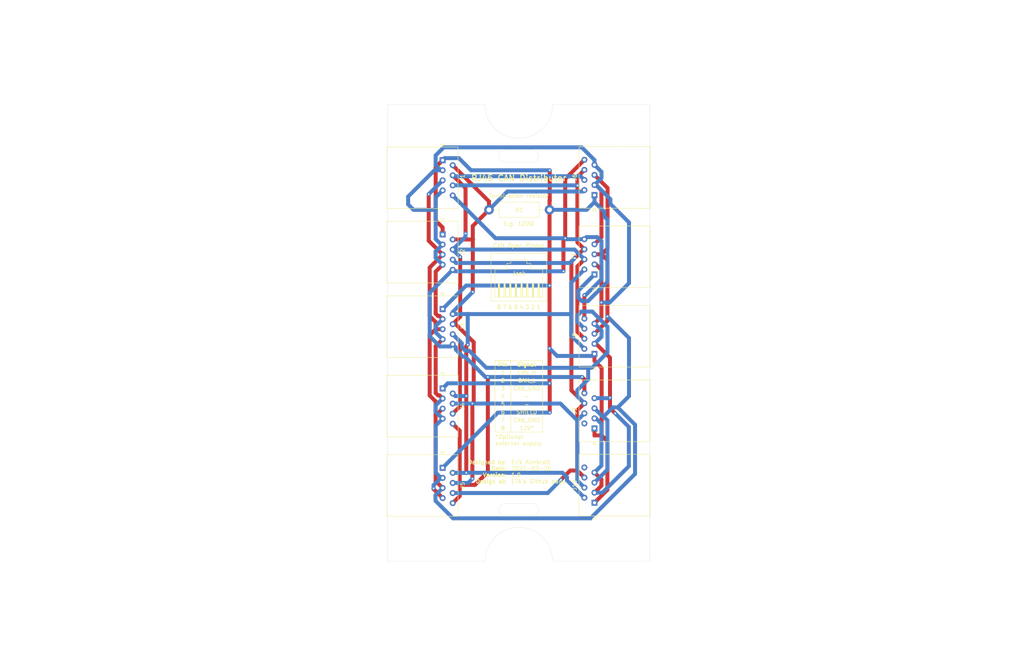
<source format=kicad_pcb>
(kicad_pcb (version 20171130) (host pcbnew "(5.1.9)-1")

  (general
    (thickness 1.6)
    (drawings 183)
    (tracks 337)
    (zones 0)
    (modules 18)
    (nets 8)
  )

  (page A4)
  (title_block
    (title "RJ45 CAN Distributor")
    (date 2021-02-26)
    (rev 1.0)
    (comment 1 "Designed by: Erik Almbratt")
  )

  (layers
    (0 F.Cu signal)
    (31 B.Cu signal)
    (32 B.Adhes user)
    (33 F.Adhes user)
    (34 B.Paste user)
    (35 F.Paste user)
    (36 B.SilkS user)
    (37 F.SilkS user)
    (38 B.Mask user)
    (39 F.Mask user)
    (40 Dwgs.User user)
    (41 Cmts.User user)
    (42 Eco1.User user)
    (43 Eco2.User user)
    (44 Edge.Cuts user)
    (45 Margin user)
    (46 B.CrtYd user)
    (47 F.CrtYd user)
    (48 B.Fab user)
    (49 F.Fab user)
  )

  (setup
    (last_trace_width 0.25)
    (trace_clearance 0.2)
    (zone_clearance 1)
    (zone_45_only no)
    (trace_min 0.2)
    (via_size 0.8)
    (via_drill 0.4)
    (via_min_size 0.4)
    (via_min_drill 0.3)
    (uvia_size 0.3)
    (uvia_drill 0.1)
    (uvias_allowed no)
    (uvia_min_size 0.2)
    (uvia_min_drill 0.1)
    (edge_width 0.05)
    (segment_width 0.2)
    (pcb_text_width 0.3)
    (pcb_text_size 1.5 1.5)
    (mod_edge_width 0.12)
    (mod_text_size 1 1)
    (mod_text_width 0.15)
    (pad_size 1.524 1.524)
    (pad_drill 0.762)
    (pad_to_mask_clearance 0)
    (aux_axis_origin 0 0)
    (grid_origin 140.35 153.2)
    (visible_elements FFFDFF7F)
    (pcbplotparams
      (layerselection 0x010fc_ffffffff)
      (usegerberextensions false)
      (usegerberattributes true)
      (usegerberadvancedattributes true)
      (creategerberjobfile true)
      (excludeedgelayer true)
      (linewidth 0.100000)
      (plotframeref true)
      (viasonmask false)
      (mode 1)
      (useauxorigin false)
      (hpglpennumber 1)
      (hpglpenspeed 20)
      (hpglpendiameter 15.000000)
      (psnegative false)
      (psa4output false)
      (plotreference true)
      (plotvalue false)
      (plotinvisibletext false)
      (padsonsilk false)
      (subtractmaskfromsilk false)
      (outputformat 4)
      (mirror false)
      (drillshape 2)
      (scaleselection 1)
      (outputdirectory ""))
  )

  (net 0 "")
  (net 1 CAN_H)
  (net 2 CAN_L)
  (net 3 CAN_GND)
  (net 4 Reserved1)
  (net 5 Reserved2)
  (net 6 SHIELD)
  (net 7 CAN_V+)

  (net_class Default "This is the default net class."
    (clearance 0.2)
    (trace_width 0.25)
    (via_dia 0.8)
    (via_drill 0.4)
    (uvia_dia 0.3)
    (uvia_drill 0.1)
    (add_net CAN_GND)
    (add_net CAN_H)
    (add_net CAN_L)
    (add_net CAN_V+)
    (add_net Reserved1)
    (add_net Reserved2)
    (add_net SHIELD)
  )

  (module RJ45-CAN-Distributor:CAN_Open_Pinout_Table_Silkscreen (layer F.Cu) (tedit 60396B56) (tstamp 6039EADB)
    (at 155.35 117.2)
    (fp_text reference G1 (at 0 0.5) (layer F.SilkS) hide
      (effects (font (size 1 1) (thickness 0.15)))
    )
    (fp_text value CAN_Open_Pinout_Table_Silkscreen (at 0 -0.5) (layer F.Fab)
      (effects (font (size 1 1) (thickness 0.15)))
    )
    (fp_text user 8 (at -4 6) (layer F.SilkS)
      (effects (font (size 1 1) (thickness 0.15)))
    )
    (fp_text user 7 (at -4 4) (layer F.SilkS)
      (effects (font (size 1 1) (thickness 0.15)))
    )
    (fp_text user 6 (at -4 2) (layer F.SilkS)
      (effects (font (size 1 1) (thickness 0.15)))
    )
    (fp_text user 5 (at -4 0) (layer F.SilkS)
      (effects (font (size 1 1) (thickness 0.15)))
    )
    (fp_text user 4 (at -4 -2) (layer F.SilkS)
      (effects (font (size 1 1) (thickness 0.15)))
    )
    (fp_text user 3 (at -4 -4) (layer F.SilkS)
      (effects (font (size 1 1) (thickness 0.15)))
    )
    (fp_text user 2 (at -4 -6) (layer F.SilkS)
      (effects (font (size 1 1) (thickness 0.15)))
    )
    (fp_line (start 6 7) (end -2 7) (layer F.SilkS) (width 0.12))
    (fp_line (start 6 -11) (end 6 7) (layer F.SilkS) (width 0.12))
    (fp_line (start -2 -11) (end 6 -11) (layer F.SilkS) (width 0.12))
    (fp_line (start -6 -11) (end -2 -11) (layer F.SilkS) (width 0.12))
    (fp_line (start -6 7) (end -6 -11) (layer F.SilkS) (width 0.12))
    (fp_line (start -2 7) (end -6 7) (layer F.SilkS) (width 0.12))
    (fp_line (start -2 -11) (end -2 7) (layer F.SilkS) (width 0.12))
    (fp_line (start -6 -11) (end -2 -11) (layer F.SilkS) (width 0.12))
    (fp_text user 12V* (at 2 6) (layer F.SilkS)
      (effects (font (size 1 1) (thickness 0.15)))
    )
    (fp_text user CAN_GND (at 2 -4) (layer F.SilkS)
      (effects (font (size 1 1) (thickness 0.15)))
    )
    (fp_text user CAN_GND (at 2 4) (layer F.SilkS)
      (effects (font (size 1 1) (thickness 0.15)))
    )
    (fp_text user SHIELD (at 2 2) (layer F.SilkS)
      (effects (font (size 1 1) (thickness 0.15)))
    )
    (fp_text user - (at 2 0) (layer F.SilkS)
      (effects (font (size 1 1) (thickness 0.15)))
    )
    (fp_text user - (at 2 -2) (layer F.SilkS)
      (effects (font (size 1 1) (thickness 0.15)))
    )
    (fp_text user CAN_L (at 2 -6) (layer F.SilkS)
      (effects (font (size 1 1) (thickness 0.15)))
    )
    (fp_text user CAN_H (at 2 -8) (layer F.SilkS)
      (effects (font (size 1 1) (thickness 0.15)))
    )
    (fp_text user Signal (at 2 -10) (layer F.SilkS)
      (effects (font (size 1 1) (thickness 0.2)))
    )
    (fp_text user 1 (at -4 -8) (layer F.SilkS)
      (effects (font (size 1 1) (thickness 0.15)))
    )
    (fp_text user Pin (at -4 -10) (layer F.SilkS)
      (effects (font (size 1 1) (thickness 0.2)))
    )
  )

  (module RJ45-CAN-Distributor:CAN_Open_Pinout_Silkscreen (layer F.Cu) (tedit 60396964) (tstamp 6039E1FF)
    (at 155.35 90.2)
    (fp_text reference G2 (at 0 3) (layer F.SilkS) hide
      (effects (font (size 1 1) (thickness 0.15)))
    )
    (fp_text value CAN_Open_Pinout_Silkscreen (at 0 1) (layer F.Fab)
      (effects (font (size 1 1) (thickness 0.15)))
    )
    (fp_text user "CAN Open Pinout" (at 0 -13) (layer F.SilkS)
      (effects (font (size 1 1) (thickness 0.15)))
    )
    (fp_text user 2 (at 3.571426 2.5) (layer F.SilkS)
      (effects (font (size 1 1) (thickness 0.15)))
    )
    (fp_text user 3 (at 2.142855 2.5) (layer F.SilkS)
      (effects (font (size 1 1) (thickness 0.15)))
    )
    (fp_text user 4 (at 0.714284 2.5) (layer F.SilkS)
      (effects (font (size 1 1) (thickness 0.15)))
    )
    (fp_text user 5 (at -0.714287 2.5) (layer F.SilkS)
      (effects (font (size 1 1) (thickness 0.15)))
    )
    (fp_text user 6 (at -2.142858 2.5) (layer F.SilkS)
      (effects (font (size 1 1) (thickness 0.15)))
    )
    (fp_text user 7 (at -3.571429 2.5) (layer F.SilkS)
      (effects (font (size 1 1) (thickness 0.15)))
    )
    (fp_text user 1 (at 5 2.5) (layer F.SilkS)
      (effects (font (size 1 1) (thickness 0.15)))
    )
    (fp_text user 8 (at -5 2.5) (layer F.SilkS)
      (effects (font (size 1 1) (thickness 0.15)))
    )
    (fp_text user Jack (at 0 -6) (layer F.SilkS)
      (effects (font (size 1 1) (thickness 0.15)))
    )
    (fp_line (start 6 0) (end 6 -7) (layer F.SilkS) (width 0.12))
    (fp_line (start 6 -7) (end 3 -7) (layer F.SilkS) (width 0.12))
    (fp_line (start 3 -7) (end 3 -8.5) (layer F.SilkS) (width 0.12))
    (fp_line (start 3 -8.5) (end 2 -8.5) (layer F.SilkS) (width 0.12))
    (fp_line (start 2 -8.5) (end 2 -9.5) (layer F.SilkS) (width 0.12))
    (fp_line (start 2 -9.5) (end -2 -9.5) (layer F.SilkS) (width 0.12))
    (fp_line (start -2 -9.5) (end -2 -8.5) (layer F.SilkS) (width 0.12))
    (fp_line (start -2 -8.5) (end -3 -8.5) (layer F.SilkS) (width 0.12))
    (fp_line (start -3 -8.5) (end -3 -7) (layer F.SilkS) (width 0.12))
    (fp_line (start -3 -7) (end -6 -7) (layer F.SilkS) (width 0.12))
    (fp_line (start -6 -7) (end -6 0) (layer F.SilkS) (width 0.12))
    (fp_line (start -6 0) (end 6 0) (layer F.SilkS) (width 0.12))
    (fp_line (start -7 1) (end -7 -11) (layer F.SilkS) (width 0.12))
    (fp_line (start -7 -11) (end 7 -11) (layer F.SilkS) (width 0.12))
    (fp_line (start 7 -11) (end 7 1) (layer F.SilkS) (width 0.12))
    (fp_line (start 7 1) (end -7 1) (layer F.SilkS) (width 0.12))
    (fp_line (start -5 -0.2) (end -5 -3.2) (layer F.SilkS) (width 0.5))
    (fp_line (start -3.571429 -0.2) (end -3.571429 -3.2) (layer F.SilkS) (width 0.5))
    (fp_line (start -2.142858 -0.2) (end -2.142858 -3.2) (layer F.SilkS) (width 0.5))
    (fp_line (start 0.714284 -0.2) (end 0.714284 -3.2) (layer F.SilkS) (width 0.5))
    (fp_line (start -0.714287 -0.2) (end -0.714287 -3.2) (layer F.SilkS) (width 0.5))
    (fp_line (start 5 -0.2) (end 5 -3.2) (layer F.SilkS) (width 0.5))
    (fp_line (start 3.571426 -0.2) (end 3.571426 -3.2) (layer F.SilkS) (width 0.5))
    (fp_line (start 2.142855 -0.2) (end 2.142855 -3.2) (layer F.SilkS) (width 0.5))
  )

  (module Resistor_THT:R_Axial_DIN0411_L9.9mm_D3.6mm_P15.24mm_Horizontal (layer F.Cu) (tedit 5AE5139B) (tstamp 6039D63C)
    (at 147.85 68.2)
    (descr "Resistor, Axial_DIN0411 series, Axial, Horizontal, pin pitch=15.24mm, 1W, length*diameter=9.9*3.6mm^2")
    (tags "Resistor Axial_DIN0411 series Axial Horizontal pin pitch 15.24mm 1W length 9.9mm diameter 3.6mm")
    (path /603B03C6)
    (fp_text reference R1 (at 7.62 0) (layer F.SilkS)
      (effects (font (size 1 1) (thickness 0.15)))
    )
    (fp_text value 120 (at 7.62 2.92) (layer F.Fab)
      (effects (font (size 1 1) (thickness 0.15)))
    )
    (fp_text user %R (at 7.62 0) (layer F.Fab)
      (effects (font (size 1 1) (thickness 0.15)))
    )
    (fp_line (start 2.67 -1.8) (end 2.67 1.8) (layer F.Fab) (width 0.1))
    (fp_line (start 2.67 1.8) (end 12.57 1.8) (layer F.Fab) (width 0.1))
    (fp_line (start 12.57 1.8) (end 12.57 -1.8) (layer F.Fab) (width 0.1))
    (fp_line (start 12.57 -1.8) (end 2.67 -1.8) (layer F.Fab) (width 0.1))
    (fp_line (start 0 0) (end 2.67 0) (layer F.Fab) (width 0.1))
    (fp_line (start 15.24 0) (end 12.57 0) (layer F.Fab) (width 0.1))
    (fp_line (start 2.55 -1.92) (end 2.55 1.92) (layer F.SilkS) (width 0.12))
    (fp_line (start 2.55 1.92) (end 12.69 1.92) (layer F.SilkS) (width 0.12))
    (fp_line (start 12.69 1.92) (end 12.69 -1.92) (layer F.SilkS) (width 0.12))
    (fp_line (start 12.69 -1.92) (end 2.55 -1.92) (layer F.SilkS) (width 0.12))
    (fp_line (start 1.44 0) (end 2.55 0) (layer F.SilkS) (width 0.12))
    (fp_line (start 13.8 0) (end 12.69 0) (layer F.SilkS) (width 0.12))
    (fp_line (start -1.45 -2.05) (end -1.45 2.05) (layer F.CrtYd) (width 0.05))
    (fp_line (start -1.45 2.05) (end 16.69 2.05) (layer F.CrtYd) (width 0.05))
    (fp_line (start 16.69 2.05) (end 16.69 -2.05) (layer F.CrtYd) (width 0.05))
    (fp_line (start 16.69 -2.05) (end -1.45 -2.05) (layer F.CrtYd) (width 0.05))
    (pad 2 thru_hole oval (at 15.24 0) (size 2.4 2.4) (drill 1.2) (layers *.Cu *.Mask)
      (net 1 CAN_H))
    (pad 1 thru_hole circle (at 0 0) (size 2.4 2.4) (drill 1.2) (layers *.Cu *.Mask)
      (net 2 CAN_L))
    (model ${KISYS3DMOD}/Resistor_THT.3dshapes/R_Axial_DIN0411_L9.9mm_D3.6mm_P15.24mm_Horizontal.wrl
      (at (xyz 0 0 0))
      (scale (xyz 1 1 1))
      (rotate (xyz 0 0 0))
    )
  )

  (module MountingHole:MountingHole_3.2mm_M3 (layer F.Cu) (tedit 56D1B4CB) (tstamp 6039C94F)
    (at 155.35 99.2)
    (descr "Mounting Hole 3.2mm, no annular, M3")
    (tags "mounting hole 3.2mm no annular m3")
    (attr virtual)
    (fp_text reference REF** (at 0 -4.2) (layer F.SilkS) hide
      (effects (font (size 1 1) (thickness 0.15)))
    )
    (fp_text value MountingHole_3.2mm_M3 (at 0 4.2) (layer F.Fab)
      (effects (font (size 1 1) (thickness 0.15)))
    )
    (fp_text user %R (at 0.3 0) (layer F.Fab)
      (effects (font (size 1 1) (thickness 0.15)))
    )
    (fp_circle (center 0 0) (end 3.2 0) (layer Cmts.User) (width 0.15))
    (fp_circle (center 0 0) (end 3.45 0) (layer F.CrtYd) (width 0.05))
    (pad 1 np_thru_hole circle (at 0 0) (size 3.2 3.2) (drill 3.2) (layers *.Cu *.Mask))
  )

  (module MountingHole:MountingHole_3.2mm_M3 (layer F.Cu) (tedit 56D1B4CB) (tstamp 6039C92B)
    (at 170.35 45.2)
    (descr "Mounting Hole 3.2mm, no annular, M3")
    (tags "mounting hole 3.2mm no annular m3")
    (attr virtual)
    (fp_text reference H3 (at 0 -4.2) (layer F.SilkS) hide
      (effects (font (size 1 1) (thickness 0.15)))
    )
    (fp_text value MountingHole_3.2mm_M3 (at 0 4.2) (layer F.Fab)
      (effects (font (size 1 1) (thickness 0.15)))
    )
    (fp_text user %R (at 0.3 0) (layer F.Fab)
      (effects (font (size 1 1) (thickness 0.15)))
    )
    (fp_circle (center 0 0) (end 3.2 0) (layer Cmts.User) (width 0.15))
    (fp_circle (center 0 0) (end 3.45 0) (layer F.CrtYd) (width 0.05))
    (pad 1 np_thru_hole circle (at 0 0) (size 3.2 3.2) (drill 3.2) (layers *.Cu *.Mask))
  )

  (module MountingHole:MountingHole_3.2mm_M3 (layer F.Cu) (tedit 56D1B4CB) (tstamp 6039C95F)
    (at 140.35 45.2)
    (descr "Mounting Hole 3.2mm, no annular, M3")
    (tags "mounting hole 3.2mm no annular m3")
    (attr virtual)
    (fp_text reference H1 (at 0 -4.2) (layer F.SilkS) hide
      (effects (font (size 1 1) (thickness 0.15)))
    )
    (fp_text value MountingHole_3.2mm_M3 (at 0 4.2) (layer F.Fab)
      (effects (font (size 1 1) (thickness 0.15)))
    )
    (fp_text user %R (at 0.3 0) (layer F.Fab)
      (effects (font (size 1 1) (thickness 0.15)))
    )
    (fp_circle (center 0 0) (end 3.2 0) (layer Cmts.User) (width 0.15))
    (fp_circle (center 0 0) (end 3.45 0) (layer F.CrtYd) (width 0.05))
    (pad 1 np_thru_hole circle (at 0 0) (size 3.2 3.2) (drill 3.2) (layers *.Cu *.Mask))
  )

  (module MountingHole:MountingHole_3.2mm_M3 (layer F.Cu) (tedit 56D1B4CB) (tstamp 6039C8E2)
    (at 170.35 153.2)
    (descr "Mounting Hole 3.2mm, no annular, M3")
    (tags "mounting hole 3.2mm no annular m3")
    (attr virtual)
    (fp_text reference H4 (at 0 -4.2) (layer F.SilkS) hide
      (effects (font (size 1 1) (thickness 0.15)))
    )
    (fp_text value MountingHole_3.2mm_M3 (at 0 4.2) (layer F.Fab)
      (effects (font (size 1 1) (thickness 0.15)))
    )
    (fp_text user %R (at 0.3 0) (layer F.Fab)
      (effects (font (size 1 1) (thickness 0.15)))
    )
    (fp_circle (center 0 0) (end 3.2 0) (layer Cmts.User) (width 0.15))
    (fp_circle (center 0 0) (end 3.45 0) (layer F.CrtYd) (width 0.05))
    (pad 1 np_thru_hole circle (at 0 0) (size 3.2 3.2) (drill 3.2) (layers *.Cu *.Mask))
  )

  (module MountingHole:MountingHole_3.2mm_M3 (layer F.Cu) (tedit 56D1B4CB) (tstamp 6039C874)
    (at 140.35 153.2)
    (descr "Mounting Hole 3.2mm, no annular, M3")
    (tags "mounting hole 3.2mm no annular m3")
    (attr virtual)
    (fp_text reference H2 (at 0 -4.2) (layer F.SilkS) hide
      (effects (font (size 1 1) (thickness 0.15)))
    )
    (fp_text value MountingHole_3.2mm_M3 (at 0 4.2) (layer F.Fab)
      (effects (font (size 1 1) (thickness 0.15)))
    )
    (fp_text user %R (at 0.3 0) (layer F.Fab)
      (effects (font (size 1 1) (thickness 0.15)))
    )
    (fp_circle (center 0 0) (end 3.2 0) (layer Cmts.User) (width 0.15))
    (fp_circle (center 0 0) (end 3.45 0) (layer F.CrtYd) (width 0.05))
    (pad 1 np_thru_hole circle (at 0 0) (size 3.2 3.2) (drill 3.2) (layers *.Cu *.Mask))
  )

  (module Connector_RJ:RJ45_Amphenol_54602-x08_Horizontal (layer F.Cu) (tedit 5B103613) (tstamp 6039C0FA)
    (at 136.18 55.7 270)
    (descr "8 Pol Shallow Latch Connector, Modjack, RJ45 (https://cdn.amphenol-icc.com/media/wysiwyg/files/drawing/c-bmj-0102.pdf)")
    (tags RJ45)
    (path /603ADFE4/603AEB0B)
    (fp_text reference J1 (at 4.445 -5 90) (layer F.SilkS)
      (effects (font (size 1 1) (thickness 0.15)))
    )
    (fp_text value RJ45 (at 4.445 4 90) (layer F.Fab)
      (effects (font (size 1 1) (thickness 0.15)))
    )
    (fp_line (start -4 0.5) (end -3.5 0) (layer F.SilkS) (width 0.12))
    (fp_line (start -4 -0.5) (end -4 0.5) (layer F.SilkS) (width 0.12))
    (fp_line (start -3.5 0) (end -4 -0.5) (layer F.SilkS) (width 0.12))
    (fp_line (start -3.205 13.97) (end -3.205 -2.77) (layer F.Fab) (width 0.12))
    (fp_line (start 12.095 13.97) (end -3.205 13.97) (layer F.Fab) (width 0.12))
    (fp_line (start 12.095 -3.77) (end 12.095 13.97) (layer F.Fab) (width 0.12))
    (fp_line (start -2.205 -3.77) (end 12.095 -3.77) (layer F.Fab) (width 0.12))
    (fp_line (start -3.205 -2.77) (end -2.205 -3.77) (layer F.Fab) (width 0.12))
    (fp_line (start -3.315 14.08) (end 12.205 14.08) (layer F.SilkS) (width 0.12))
    (fp_line (start 12.205 -3.88) (end 12.205 14.08) (layer F.SilkS) (width 0.12))
    (fp_line (start 12.205 -3.88) (end -3.315 -3.88) (layer F.SilkS) (width 0.12))
    (fp_line (start -3.315 -3.88) (end -3.315 14.08) (layer F.SilkS) (width 0.12))
    (fp_line (start -3.71 -4.27) (end 12.6 -4.27) (layer F.CrtYd) (width 0.05))
    (fp_line (start -3.71 -4.27) (end -3.71 14.47) (layer F.CrtYd) (width 0.05))
    (fp_line (start 12.6 14.47) (end 12.6 -4.27) (layer F.CrtYd) (width 0.05))
    (fp_line (start 12.6 14.47) (end -3.71 14.47) (layer F.CrtYd) (width 0.05))
    (fp_text user %R (at 4.445 2 90) (layer F.Fab)
      (effects (font (size 1 1) (thickness 0.15)))
    )
    (pad "" np_thru_hole circle (at 10.16 6.35 270) (size 3.2 3.2) (drill 3.2) (layers *.Cu *.Mask))
    (pad "" np_thru_hole circle (at -1.27 6.35 270) (size 3.2 3.2) (drill 3.2) (layers *.Cu *.Mask))
    (pad 1 thru_hole rect (at 0 0 270) (size 1.5 1.5) (drill 0.76) (layers *.Cu *.Mask)
      (net 1 CAN_H))
    (pad 2 thru_hole circle (at 1.27 -2.54 270) (size 1.5 1.5) (drill 0.76) (layers *.Cu *.Mask)
      (net 2 CAN_L))
    (pad 3 thru_hole circle (at 2.54 0 270) (size 1.5 1.5) (drill 0.76) (layers *.Cu *.Mask)
      (net 3 CAN_GND))
    (pad 4 thru_hole circle (at 3.81 -2.54 270) (size 1.5 1.5) (drill 0.76) (layers *.Cu *.Mask)
      (net 4 Reserved1))
    (pad 5 thru_hole circle (at 5.08 0 270) (size 1.5 1.5) (drill 0.76) (layers *.Cu *.Mask)
      (net 5 Reserved2))
    (pad 6 thru_hole circle (at 6.35 -2.54 270) (size 1.5 1.5) (drill 0.76) (layers *.Cu *.Mask)
      (net 6 SHIELD))
    (pad 7 thru_hole circle (at 7.62 0 270) (size 1.5 1.5) (drill 0.76) (layers *.Cu *.Mask)
      (net 3 CAN_GND))
    (pad 8 thru_hole circle (at 8.89 -2.54 270) (size 1.5 1.5) (drill 0.76) (layers *.Cu *.Mask)
      (net 7 CAN_V+))
    (model ${KISYS3DMOD}/Connector_RJ.3dshapes/RJ45_Amphenol_54602-x08_Horizontal.wrl
      (at (xyz 0 0 0))
      (scale (xyz 1 1 1))
      (rotate (xyz 0 0 0))
    )
  )

  (module Connector_RJ:RJ45_Amphenol_54602-x08_Horizontal (layer F.Cu) (tedit 5B103613) (tstamp 6039C0DC)
    (at 136.18 133.2 270)
    (descr "8 Pol Shallow Latch Connector, Modjack, RJ45 (https://cdn.amphenol-icc.com/media/wysiwyg/files/drawing/c-bmj-0102.pdf)")
    (tags RJ45)
    (path /603AF8D1/603AEB0B)
    (fp_text reference J5 (at 4.445 -5 90) (layer F.SilkS)
      (effects (font (size 1 1) (thickness 0.15)))
    )
    (fp_text value RJ45 (at 4.445 4 90) (layer F.Fab)
      (effects (font (size 1 1) (thickness 0.15)))
    )
    (fp_line (start -4 0.5) (end -3.5 0) (layer F.SilkS) (width 0.12))
    (fp_line (start -4 -0.5) (end -4 0.5) (layer F.SilkS) (width 0.12))
    (fp_line (start -3.5 0) (end -4 -0.5) (layer F.SilkS) (width 0.12))
    (fp_line (start -3.205 13.97) (end -3.205 -2.77) (layer F.Fab) (width 0.12))
    (fp_line (start 12.095 13.97) (end -3.205 13.97) (layer F.Fab) (width 0.12))
    (fp_line (start 12.095 -3.77) (end 12.095 13.97) (layer F.Fab) (width 0.12))
    (fp_line (start -2.205 -3.77) (end 12.095 -3.77) (layer F.Fab) (width 0.12))
    (fp_line (start -3.205 -2.77) (end -2.205 -3.77) (layer F.Fab) (width 0.12))
    (fp_line (start -3.315 14.08) (end 12.205 14.08) (layer F.SilkS) (width 0.12))
    (fp_line (start 12.205 -3.88) (end 12.205 14.08) (layer F.SilkS) (width 0.12))
    (fp_line (start 12.205 -3.88) (end -3.315 -3.88) (layer F.SilkS) (width 0.12))
    (fp_line (start -3.315 -3.88) (end -3.315 14.08) (layer F.SilkS) (width 0.12))
    (fp_line (start -3.71 -4.27) (end 12.6 -4.27) (layer F.CrtYd) (width 0.05))
    (fp_line (start -3.71 -4.27) (end -3.71 14.47) (layer F.CrtYd) (width 0.05))
    (fp_line (start 12.6 14.47) (end 12.6 -4.27) (layer F.CrtYd) (width 0.05))
    (fp_line (start 12.6 14.47) (end -3.71 14.47) (layer F.CrtYd) (width 0.05))
    (fp_text user %R (at 4.445 2 90) (layer F.Fab)
      (effects (font (size 1 1) (thickness 0.15)))
    )
    (pad "" np_thru_hole circle (at 10.16 6.35 270) (size 3.2 3.2) (drill 3.2) (layers *.Cu *.Mask))
    (pad "" np_thru_hole circle (at -1.27 6.35 270) (size 3.2 3.2) (drill 3.2) (layers *.Cu *.Mask))
    (pad 1 thru_hole rect (at 0 0 270) (size 1.5 1.5) (drill 0.76) (layers *.Cu *.Mask)
      (net 1 CAN_H))
    (pad 2 thru_hole circle (at 1.27 -2.54 270) (size 1.5 1.5) (drill 0.76) (layers *.Cu *.Mask)
      (net 2 CAN_L))
    (pad 3 thru_hole circle (at 2.54 0 270) (size 1.5 1.5) (drill 0.76) (layers *.Cu *.Mask)
      (net 3 CAN_GND))
    (pad 4 thru_hole circle (at 3.81 -2.54 270) (size 1.5 1.5) (drill 0.76) (layers *.Cu *.Mask)
      (net 4 Reserved1))
    (pad 5 thru_hole circle (at 5.08 0 270) (size 1.5 1.5) (drill 0.76) (layers *.Cu *.Mask)
      (net 5 Reserved2))
    (pad 6 thru_hole circle (at 6.35 -2.54 270) (size 1.5 1.5) (drill 0.76) (layers *.Cu *.Mask)
      (net 6 SHIELD))
    (pad 7 thru_hole circle (at 7.62 0 270) (size 1.5 1.5) (drill 0.76) (layers *.Cu *.Mask)
      (net 3 CAN_GND))
    (pad 8 thru_hole circle (at 8.89 -2.54 270) (size 1.5 1.5) (drill 0.76) (layers *.Cu *.Mask)
      (net 7 CAN_V+))
    (model ${KISYS3DMOD}/Connector_RJ.3dshapes/RJ45_Amphenol_54602-x08_Horizontal.wrl
      (at (xyz 0 0 0))
      (scale (xyz 1 1 1))
      (rotate (xyz 0 0 0))
    )
  )

  (module Connector_RJ:RJ45_Amphenol_54602-x08_Horizontal (layer F.Cu) (tedit 5B103613) (tstamp 6039C0BE)
    (at 136.18 93.2 270)
    (descr "8 Pol Shallow Latch Connector, Modjack, RJ45 (https://cdn.amphenol-icc.com/media/wysiwyg/files/drawing/c-bmj-0102.pdf)")
    (tags RJ45)
    (path /603AF88D/603AEB0B)
    (fp_text reference J3 (at 4.445 -5 90) (layer F.SilkS)
      (effects (font (size 1 1) (thickness 0.15)))
    )
    (fp_text value RJ45 (at 4.445 4 90) (layer F.Fab)
      (effects (font (size 1 1) (thickness 0.15)))
    )
    (fp_line (start -4 0.5) (end -3.5 0) (layer F.SilkS) (width 0.12))
    (fp_line (start -4 -0.5) (end -4 0.5) (layer F.SilkS) (width 0.12))
    (fp_line (start -3.5 0) (end -4 -0.5) (layer F.SilkS) (width 0.12))
    (fp_line (start -3.205 13.97) (end -3.205 -2.77) (layer F.Fab) (width 0.12))
    (fp_line (start 12.095 13.97) (end -3.205 13.97) (layer F.Fab) (width 0.12))
    (fp_line (start 12.095 -3.77) (end 12.095 13.97) (layer F.Fab) (width 0.12))
    (fp_line (start -2.205 -3.77) (end 12.095 -3.77) (layer F.Fab) (width 0.12))
    (fp_line (start -3.205 -2.77) (end -2.205 -3.77) (layer F.Fab) (width 0.12))
    (fp_line (start -3.315 14.08) (end 12.205 14.08) (layer F.SilkS) (width 0.12))
    (fp_line (start 12.205 -3.88) (end 12.205 14.08) (layer F.SilkS) (width 0.12))
    (fp_line (start 12.205 -3.88) (end -3.315 -3.88) (layer F.SilkS) (width 0.12))
    (fp_line (start -3.315 -3.88) (end -3.315 14.08) (layer F.SilkS) (width 0.12))
    (fp_line (start -3.71 -4.27) (end 12.6 -4.27) (layer F.CrtYd) (width 0.05))
    (fp_line (start -3.71 -4.27) (end -3.71 14.47) (layer F.CrtYd) (width 0.05))
    (fp_line (start 12.6 14.47) (end 12.6 -4.27) (layer F.CrtYd) (width 0.05))
    (fp_line (start 12.6 14.47) (end -3.71 14.47) (layer F.CrtYd) (width 0.05))
    (fp_text user %R (at 4.445 2 90) (layer F.Fab)
      (effects (font (size 1 1) (thickness 0.15)))
    )
    (pad "" np_thru_hole circle (at 10.16 6.35 270) (size 3.2 3.2) (drill 3.2) (layers *.Cu *.Mask))
    (pad "" np_thru_hole circle (at -1.27 6.35 270) (size 3.2 3.2) (drill 3.2) (layers *.Cu *.Mask))
    (pad 1 thru_hole rect (at 0 0 270) (size 1.5 1.5) (drill 0.76) (layers *.Cu *.Mask)
      (net 1 CAN_H))
    (pad 2 thru_hole circle (at 1.27 -2.54 270) (size 1.5 1.5) (drill 0.76) (layers *.Cu *.Mask)
      (net 2 CAN_L))
    (pad 3 thru_hole circle (at 2.54 0 270) (size 1.5 1.5) (drill 0.76) (layers *.Cu *.Mask)
      (net 3 CAN_GND))
    (pad 4 thru_hole circle (at 3.81 -2.54 270) (size 1.5 1.5) (drill 0.76) (layers *.Cu *.Mask)
      (net 4 Reserved1))
    (pad 5 thru_hole circle (at 5.08 0 270) (size 1.5 1.5) (drill 0.76) (layers *.Cu *.Mask)
      (net 5 Reserved2))
    (pad 6 thru_hole circle (at 6.35 -2.54 270) (size 1.5 1.5) (drill 0.76) (layers *.Cu *.Mask)
      (net 6 SHIELD))
    (pad 7 thru_hole circle (at 7.62 0 270) (size 1.5 1.5) (drill 0.76) (layers *.Cu *.Mask)
      (net 3 CAN_GND))
    (pad 8 thru_hole circle (at 8.89 -2.54 270) (size 1.5 1.5) (drill 0.76) (layers *.Cu *.Mask)
      (net 7 CAN_V+))
    (model ${KISYS3DMOD}/Connector_RJ.3dshapes/RJ45_Amphenol_54602-x08_Horizontal.wrl
      (at (xyz 0 0 0))
      (scale (xyz 1 1 1))
      (rotate (xyz 0 0 0))
    )
  )

  (module Connector_RJ:RJ45_Amphenol_54602-x08_Horizontal (layer F.Cu) (tedit 5B103613) (tstamp 6039C0A0)
    (at 136.18 74.41 270)
    (descr "8 Pol Shallow Latch Connector, Modjack, RJ45 (https://cdn.amphenol-icc.com/media/wysiwyg/files/drawing/c-bmj-0102.pdf)")
    (tags RJ45)
    (path /603AF7FC/603AEB0B)
    (fp_text reference J2 (at 4.445 -5 90) (layer F.SilkS)
      (effects (font (size 1 1) (thickness 0.15)))
    )
    (fp_text value RJ45 (at 4.445 4 90) (layer F.Fab)
      (effects (font (size 1 1) (thickness 0.15)))
    )
    (fp_line (start -4 0.5) (end -3.5 0) (layer F.SilkS) (width 0.12))
    (fp_line (start -4 -0.5) (end -4 0.5) (layer F.SilkS) (width 0.12))
    (fp_line (start -3.5 0) (end -4 -0.5) (layer F.SilkS) (width 0.12))
    (fp_line (start -3.205 13.97) (end -3.205 -2.77) (layer F.Fab) (width 0.12))
    (fp_line (start 12.095 13.97) (end -3.205 13.97) (layer F.Fab) (width 0.12))
    (fp_line (start 12.095 -3.77) (end 12.095 13.97) (layer F.Fab) (width 0.12))
    (fp_line (start -2.205 -3.77) (end 12.095 -3.77) (layer F.Fab) (width 0.12))
    (fp_line (start -3.205 -2.77) (end -2.205 -3.77) (layer F.Fab) (width 0.12))
    (fp_line (start -3.315 14.08) (end 12.205 14.08) (layer F.SilkS) (width 0.12))
    (fp_line (start 12.205 -3.88) (end 12.205 14.08) (layer F.SilkS) (width 0.12))
    (fp_line (start 12.205 -3.88) (end -3.315 -3.88) (layer F.SilkS) (width 0.12))
    (fp_line (start -3.315 -3.88) (end -3.315 14.08) (layer F.SilkS) (width 0.12))
    (fp_line (start -3.71 -4.27) (end 12.6 -4.27) (layer F.CrtYd) (width 0.05))
    (fp_line (start -3.71 -4.27) (end -3.71 14.47) (layer F.CrtYd) (width 0.05))
    (fp_line (start 12.6 14.47) (end 12.6 -4.27) (layer F.CrtYd) (width 0.05))
    (fp_line (start 12.6 14.47) (end -3.71 14.47) (layer F.CrtYd) (width 0.05))
    (fp_text user %R (at 4.445 2 90) (layer F.Fab)
      (effects (font (size 1 1) (thickness 0.15)))
    )
    (pad 8 thru_hole circle (at 8.89 -2.54 270) (size 1.5 1.5) (drill 0.76) (layers *.Cu *.Mask)
      (net 7 CAN_V+))
    (pad 7 thru_hole circle (at 7.62 0 270) (size 1.5 1.5) (drill 0.76) (layers *.Cu *.Mask)
      (net 3 CAN_GND))
    (pad 6 thru_hole circle (at 6.35 -2.54 270) (size 1.5 1.5) (drill 0.76) (layers *.Cu *.Mask)
      (net 6 SHIELD))
    (pad 5 thru_hole circle (at 5.08 0 270) (size 1.5 1.5) (drill 0.76) (layers *.Cu *.Mask)
      (net 5 Reserved2))
    (pad 4 thru_hole circle (at 3.81 -2.54 270) (size 1.5 1.5) (drill 0.76) (layers *.Cu *.Mask)
      (net 4 Reserved1))
    (pad 3 thru_hole circle (at 2.54 0 270) (size 1.5 1.5) (drill 0.76) (layers *.Cu *.Mask)
      (net 3 CAN_GND))
    (pad 2 thru_hole circle (at 1.27 -2.54 270) (size 1.5 1.5) (drill 0.76) (layers *.Cu *.Mask)
      (net 2 CAN_L))
    (pad 1 thru_hole rect (at 0 0 270) (size 1.5 1.5) (drill 0.76) (layers *.Cu *.Mask)
      (net 1 CAN_H))
    (pad "" np_thru_hole circle (at -1.27 6.35 270) (size 3.2 3.2) (drill 3.2) (layers *.Cu *.Mask))
    (pad "" np_thru_hole circle (at 10.16 6.35 270) (size 3.2 3.2) (drill 3.2) (layers *.Cu *.Mask))
    (model ${KISYS3DMOD}/Connector_RJ.3dshapes/RJ45_Amphenol_54602-x08_Horizontal.wrl
      (at (xyz 0 0 0))
      (scale (xyz 1 1 1))
      (rotate (xyz 0 0 0))
    )
  )

  (module Connector_RJ:RJ45_Amphenol_54602-x08_Horizontal (layer F.Cu) (tedit 5B103613) (tstamp 6039C082)
    (at 136.18 113.2 270)
    (descr "8 Pol Shallow Latch Connector, Modjack, RJ45 (https://cdn.amphenol-icc.com/media/wysiwyg/files/drawing/c-bmj-0102.pdf)")
    (tags RJ45)
    (path /603AF8B1/603AEB0B)
    (fp_text reference J4 (at 4.445 -5 90) (layer F.SilkS)
      (effects (font (size 1 1) (thickness 0.15)))
    )
    (fp_text value RJ45 (at 4.445 4 90) (layer F.Fab)
      (effects (font (size 1 1) (thickness 0.15)))
    )
    (fp_line (start -4 0.5) (end -3.5 0) (layer F.SilkS) (width 0.12))
    (fp_line (start -4 -0.5) (end -4 0.5) (layer F.SilkS) (width 0.12))
    (fp_line (start -3.5 0) (end -4 -0.5) (layer F.SilkS) (width 0.12))
    (fp_line (start -3.205 13.97) (end -3.205 -2.77) (layer F.Fab) (width 0.12))
    (fp_line (start 12.095 13.97) (end -3.205 13.97) (layer F.Fab) (width 0.12))
    (fp_line (start 12.095 -3.77) (end 12.095 13.97) (layer F.Fab) (width 0.12))
    (fp_line (start -2.205 -3.77) (end 12.095 -3.77) (layer F.Fab) (width 0.12))
    (fp_line (start -3.205 -2.77) (end -2.205 -3.77) (layer F.Fab) (width 0.12))
    (fp_line (start -3.315 14.08) (end 12.205 14.08) (layer F.SilkS) (width 0.12))
    (fp_line (start 12.205 -3.88) (end 12.205 14.08) (layer F.SilkS) (width 0.12))
    (fp_line (start 12.205 -3.88) (end -3.315 -3.88) (layer F.SilkS) (width 0.12))
    (fp_line (start -3.315 -3.88) (end -3.315 14.08) (layer F.SilkS) (width 0.12))
    (fp_line (start -3.71 -4.27) (end 12.6 -4.27) (layer F.CrtYd) (width 0.05))
    (fp_line (start -3.71 -4.27) (end -3.71 14.47) (layer F.CrtYd) (width 0.05))
    (fp_line (start 12.6 14.47) (end 12.6 -4.27) (layer F.CrtYd) (width 0.05))
    (fp_line (start 12.6 14.47) (end -3.71 14.47) (layer F.CrtYd) (width 0.05))
    (fp_text user %R (at 4.445 2 90) (layer F.Fab)
      (effects (font (size 1 1) (thickness 0.15)))
    )
    (pad "" np_thru_hole circle (at 10.16 6.35 270) (size 3.2 3.2) (drill 3.2) (layers *.Cu *.Mask))
    (pad "" np_thru_hole circle (at -1.27 6.35 270) (size 3.2 3.2) (drill 3.2) (layers *.Cu *.Mask))
    (pad 1 thru_hole rect (at 0 0 270) (size 1.5 1.5) (drill 0.76) (layers *.Cu *.Mask)
      (net 1 CAN_H))
    (pad 2 thru_hole circle (at 1.27 -2.54 270) (size 1.5 1.5) (drill 0.76) (layers *.Cu *.Mask)
      (net 2 CAN_L))
    (pad 3 thru_hole circle (at 2.54 0 270) (size 1.5 1.5) (drill 0.76) (layers *.Cu *.Mask)
      (net 3 CAN_GND))
    (pad 4 thru_hole circle (at 3.81 -2.54 270) (size 1.5 1.5) (drill 0.76) (layers *.Cu *.Mask)
      (net 4 Reserved1))
    (pad 5 thru_hole circle (at 5.08 0 270) (size 1.5 1.5) (drill 0.76) (layers *.Cu *.Mask)
      (net 5 Reserved2))
    (pad 6 thru_hole circle (at 6.35 -2.54 270) (size 1.5 1.5) (drill 0.76) (layers *.Cu *.Mask)
      (net 6 SHIELD))
    (pad 7 thru_hole circle (at 7.62 0 270) (size 1.5 1.5) (drill 0.76) (layers *.Cu *.Mask)
      (net 3 CAN_GND))
    (pad 8 thru_hole circle (at 8.89 -2.54 270) (size 1.5 1.5) (drill 0.76) (layers *.Cu *.Mask)
      (net 7 CAN_V+))
    (model ${KISYS3DMOD}/Connector_RJ.3dshapes/RJ45_Amphenol_54602-x08_Horizontal.wrl
      (at (xyz 0 0 0))
      (scale (xyz 1 1 1))
      (rotate (xyz 0 0 0))
    )
  )

  (module Connector_RJ:RJ45_Amphenol_54602-x08_Horizontal (layer F.Cu) (tedit 5B103613) (tstamp 6039BBBD)
    (at 174.4 64.5 90)
    (descr "8 Pol Shallow Latch Connector, Modjack, RJ45 (https://cdn.amphenol-icc.com/media/wysiwyg/files/drawing/c-bmj-0102.pdf)")
    (tags RJ45)
    (path /603AFD78/603AEB0B)
    (fp_text reference J6 (at 4.445 -5 90) (layer F.SilkS)
      (effects (font (size 1 1) (thickness 0.15)))
    )
    (fp_text value RJ45 (at 4.445 4 90) (layer F.Fab)
      (effects (font (size 1 1) (thickness 0.15)))
    )
    (fp_line (start -4 0.5) (end -3.5 0) (layer F.SilkS) (width 0.12))
    (fp_line (start -4 -0.5) (end -4 0.5) (layer F.SilkS) (width 0.12))
    (fp_line (start -3.5 0) (end -4 -0.5) (layer F.SilkS) (width 0.12))
    (fp_line (start -3.205 13.97) (end -3.205 -2.77) (layer F.Fab) (width 0.12))
    (fp_line (start 12.095 13.97) (end -3.205 13.97) (layer F.Fab) (width 0.12))
    (fp_line (start 12.095 -3.77) (end 12.095 13.97) (layer F.Fab) (width 0.12))
    (fp_line (start -2.205 -3.77) (end 12.095 -3.77) (layer F.Fab) (width 0.12))
    (fp_line (start -3.205 -2.77) (end -2.205 -3.77) (layer F.Fab) (width 0.12))
    (fp_line (start -3.315 14.08) (end 12.205 14.08) (layer F.SilkS) (width 0.12))
    (fp_line (start 12.205 -3.88) (end 12.205 14.08) (layer F.SilkS) (width 0.12))
    (fp_line (start 12.205 -3.88) (end -3.315 -3.88) (layer F.SilkS) (width 0.12))
    (fp_line (start -3.315 -3.88) (end -3.315 14.08) (layer F.SilkS) (width 0.12))
    (fp_line (start -3.71 -4.27) (end 12.6 -4.27) (layer F.CrtYd) (width 0.05))
    (fp_line (start -3.71 -4.27) (end -3.71 14.47) (layer F.CrtYd) (width 0.05))
    (fp_line (start 12.6 14.47) (end 12.6 -4.27) (layer F.CrtYd) (width 0.05))
    (fp_line (start 12.6 14.47) (end -3.71 14.47) (layer F.CrtYd) (width 0.05))
    (fp_text user %R (at 4.445 2 90) (layer F.Fab)
      (effects (font (size 1 1) (thickness 0.15)))
    )
    (pad 8 thru_hole circle (at 8.89 -2.54 90) (size 1.5 1.5) (drill 0.76) (layers *.Cu *.Mask)
      (net 7 CAN_V+))
    (pad 7 thru_hole circle (at 7.62 0 90) (size 1.5 1.5) (drill 0.76) (layers *.Cu *.Mask)
      (net 3 CAN_GND))
    (pad 6 thru_hole circle (at 6.35 -2.54 90) (size 1.5 1.5) (drill 0.76) (layers *.Cu *.Mask)
      (net 6 SHIELD))
    (pad 5 thru_hole circle (at 5.08 0 90) (size 1.5 1.5) (drill 0.76) (layers *.Cu *.Mask)
      (net 5 Reserved2))
    (pad 4 thru_hole circle (at 3.81 -2.54 90) (size 1.5 1.5) (drill 0.76) (layers *.Cu *.Mask)
      (net 4 Reserved1))
    (pad 3 thru_hole circle (at 2.54 0 90) (size 1.5 1.5) (drill 0.76) (layers *.Cu *.Mask)
      (net 3 CAN_GND))
    (pad 2 thru_hole circle (at 1.27 -2.54 90) (size 1.5 1.5) (drill 0.76) (layers *.Cu *.Mask)
      (net 2 CAN_L))
    (pad 1 thru_hole rect (at 0 0 90) (size 1.5 1.5) (drill 0.76) (layers *.Cu *.Mask)
      (net 1 CAN_H))
    (pad "" np_thru_hole circle (at -1.27 6.35 90) (size 3.2 3.2) (drill 3.2) (layers *.Cu *.Mask))
    (pad "" np_thru_hole circle (at 10.16 6.35 90) (size 3.2 3.2) (drill 3.2) (layers *.Cu *.Mask))
    (model ${KISYS3DMOD}/Connector_RJ.3dshapes/RJ45_Amphenol_54602-x08_Horizontal.wrl
      (at (xyz 0 0 0))
      (scale (xyz 1 1 1))
      (rotate (xyz 0 0 0))
    )
  )

  (module Connector_RJ:RJ45_Amphenol_54602-x08_Horizontal (layer F.Cu) (tedit 5B103613) (tstamp 6039BCCB)
    (at 174.4 84.5 90)
    (descr "8 Pol Shallow Latch Connector, Modjack, RJ45 (https://cdn.amphenol-icc.com/media/wysiwyg/files/drawing/c-bmj-0102.pdf)")
    (tags RJ45)
    (path /603AFD7A/603AEB0B)
    (fp_text reference J7 (at 4.445 -5 90) (layer F.SilkS)
      (effects (font (size 1 1) (thickness 0.15)))
    )
    (fp_text value RJ45 (at 4.445 4 90) (layer F.Fab)
      (effects (font (size 1 1) (thickness 0.15)))
    )
    (fp_line (start -4 0.5) (end -3.5 0) (layer F.SilkS) (width 0.12))
    (fp_line (start -4 -0.5) (end -4 0.5) (layer F.SilkS) (width 0.12))
    (fp_line (start -3.5 0) (end -4 -0.5) (layer F.SilkS) (width 0.12))
    (fp_line (start -3.205 13.97) (end -3.205 -2.77) (layer F.Fab) (width 0.12))
    (fp_line (start 12.095 13.97) (end -3.205 13.97) (layer F.Fab) (width 0.12))
    (fp_line (start 12.095 -3.77) (end 12.095 13.97) (layer F.Fab) (width 0.12))
    (fp_line (start -2.205 -3.77) (end 12.095 -3.77) (layer F.Fab) (width 0.12))
    (fp_line (start -3.205 -2.77) (end -2.205 -3.77) (layer F.Fab) (width 0.12))
    (fp_line (start -3.315 14.08) (end 12.205 14.08) (layer F.SilkS) (width 0.12))
    (fp_line (start 12.205 -3.88) (end 12.205 14.08) (layer F.SilkS) (width 0.12))
    (fp_line (start 12.205 -3.88) (end -3.315 -3.88) (layer F.SilkS) (width 0.12))
    (fp_line (start -3.315 -3.88) (end -3.315 14.08) (layer F.SilkS) (width 0.12))
    (fp_line (start -3.71 -4.27) (end 12.6 -4.27) (layer F.CrtYd) (width 0.05))
    (fp_line (start -3.71 -4.27) (end -3.71 14.47) (layer F.CrtYd) (width 0.05))
    (fp_line (start 12.6 14.47) (end 12.6 -4.27) (layer F.CrtYd) (width 0.05))
    (fp_line (start 12.6 14.47) (end -3.71 14.47) (layer F.CrtYd) (width 0.05))
    (fp_text user %R (at 4.445 2 90) (layer F.Fab)
      (effects (font (size 1 1) (thickness 0.15)))
    )
    (pad 8 thru_hole circle (at 8.89 -2.54 90) (size 1.5 1.5) (drill 0.76) (layers *.Cu *.Mask)
      (net 7 CAN_V+))
    (pad 7 thru_hole circle (at 7.62 0 90) (size 1.5 1.5) (drill 0.76) (layers *.Cu *.Mask)
      (net 3 CAN_GND))
    (pad 6 thru_hole circle (at 6.35 -2.54 90) (size 1.5 1.5) (drill 0.76) (layers *.Cu *.Mask)
      (net 6 SHIELD))
    (pad 5 thru_hole circle (at 5.08 0 90) (size 1.5 1.5) (drill 0.76) (layers *.Cu *.Mask)
      (net 5 Reserved2))
    (pad 4 thru_hole circle (at 3.81 -2.54 90) (size 1.5 1.5) (drill 0.76) (layers *.Cu *.Mask)
      (net 4 Reserved1))
    (pad 3 thru_hole circle (at 2.54 0 90) (size 1.5 1.5) (drill 0.76) (layers *.Cu *.Mask)
      (net 3 CAN_GND))
    (pad 2 thru_hole circle (at 1.27 -2.54 90) (size 1.5 1.5) (drill 0.76) (layers *.Cu *.Mask)
      (net 2 CAN_L))
    (pad 1 thru_hole rect (at 0 0 90) (size 1.5 1.5) (drill 0.76) (layers *.Cu *.Mask)
      (net 1 CAN_H))
    (pad "" np_thru_hole circle (at -1.27 6.35 90) (size 3.2 3.2) (drill 3.2) (layers *.Cu *.Mask))
    (pad "" np_thru_hole circle (at 10.16 6.35 90) (size 3.2 3.2) (drill 3.2) (layers *.Cu *.Mask))
    (model ${KISYS3DMOD}/Connector_RJ.3dshapes/RJ45_Amphenol_54602-x08_Horizontal.wrl
      (at (xyz 0 0 0))
      (scale (xyz 1 1 1))
      (rotate (xyz 0 0 0))
    )
  )

  (module Connector_RJ:RJ45_Amphenol_54602-x08_Horizontal (layer F.Cu) (tedit 5B103613) (tstamp 6039BFAB)
    (at 174.4 104.5 90)
    (descr "8 Pol Shallow Latch Connector, Modjack, RJ45 (https://cdn.amphenol-icc.com/media/wysiwyg/files/drawing/c-bmj-0102.pdf)")
    (tags RJ45)
    (path /603AFD7C/603AEB0B)
    (fp_text reference J8 (at 4.445 -5 90) (layer F.SilkS)
      (effects (font (size 1 1) (thickness 0.15)))
    )
    (fp_text value RJ45 (at 4.445 4 90) (layer F.Fab)
      (effects (font (size 1 1) (thickness 0.15)))
    )
    (fp_line (start -4 0.5) (end -3.5 0) (layer F.SilkS) (width 0.12))
    (fp_line (start -4 -0.5) (end -4 0.5) (layer F.SilkS) (width 0.12))
    (fp_line (start -3.5 0) (end -4 -0.5) (layer F.SilkS) (width 0.12))
    (fp_line (start -3.205 13.97) (end -3.205 -2.77) (layer F.Fab) (width 0.12))
    (fp_line (start 12.095 13.97) (end -3.205 13.97) (layer F.Fab) (width 0.12))
    (fp_line (start 12.095 -3.77) (end 12.095 13.97) (layer F.Fab) (width 0.12))
    (fp_line (start -2.205 -3.77) (end 12.095 -3.77) (layer F.Fab) (width 0.12))
    (fp_line (start -3.205 -2.77) (end -2.205 -3.77) (layer F.Fab) (width 0.12))
    (fp_line (start -3.315 14.08) (end 12.205 14.08) (layer F.SilkS) (width 0.12))
    (fp_line (start 12.205 -3.88) (end 12.205 14.08) (layer F.SilkS) (width 0.12))
    (fp_line (start 12.205 -3.88) (end -3.315 -3.88) (layer F.SilkS) (width 0.12))
    (fp_line (start -3.315 -3.88) (end -3.315 14.08) (layer F.SilkS) (width 0.12))
    (fp_line (start -3.71 -4.27) (end 12.6 -4.27) (layer F.CrtYd) (width 0.05))
    (fp_line (start -3.71 -4.27) (end -3.71 14.47) (layer F.CrtYd) (width 0.05))
    (fp_line (start 12.6 14.47) (end 12.6 -4.27) (layer F.CrtYd) (width 0.05))
    (fp_line (start 12.6 14.47) (end -3.71 14.47) (layer F.CrtYd) (width 0.05))
    (fp_text user %R (at 4.445 2 90) (layer F.Fab)
      (effects (font (size 1 1) (thickness 0.15)))
    )
    (pad 8 thru_hole circle (at 8.89 -2.54 90) (size 1.5 1.5) (drill 0.76) (layers *.Cu *.Mask)
      (net 7 CAN_V+))
    (pad 7 thru_hole circle (at 7.62 0 90) (size 1.5 1.5) (drill 0.76) (layers *.Cu *.Mask)
      (net 3 CAN_GND))
    (pad 6 thru_hole circle (at 6.35 -2.54 90) (size 1.5 1.5) (drill 0.76) (layers *.Cu *.Mask)
      (net 6 SHIELD))
    (pad 5 thru_hole circle (at 5.08 0 90) (size 1.5 1.5) (drill 0.76) (layers *.Cu *.Mask)
      (net 5 Reserved2))
    (pad 4 thru_hole circle (at 3.81 -2.54 90) (size 1.5 1.5) (drill 0.76) (layers *.Cu *.Mask)
      (net 4 Reserved1))
    (pad 3 thru_hole circle (at 2.54 0 90) (size 1.5 1.5) (drill 0.76) (layers *.Cu *.Mask)
      (net 3 CAN_GND))
    (pad 2 thru_hole circle (at 1.27 -2.54 90) (size 1.5 1.5) (drill 0.76) (layers *.Cu *.Mask)
      (net 2 CAN_L))
    (pad 1 thru_hole rect (at 0 0 90) (size 1.5 1.5) (drill 0.76) (layers *.Cu *.Mask)
      (net 1 CAN_H))
    (pad "" np_thru_hole circle (at -1.27 6.35 90) (size 3.2 3.2) (drill 3.2) (layers *.Cu *.Mask))
    (pad "" np_thru_hole circle (at 10.16 6.35 90) (size 3.2 3.2) (drill 3.2) (layers *.Cu *.Mask))
    (model ${KISYS3DMOD}/Connector_RJ.3dshapes/RJ45_Amphenol_54602-x08_Horizontal.wrl
      (at (xyz 0 0 0))
      (scale (xyz 1 1 1))
      (rotate (xyz 0 0 0))
    )
  )

  (module Connector_RJ:RJ45_Amphenol_54602-x08_Horizontal (layer F.Cu) (tedit 5B103613) (tstamp 6039BC71)
    (at 174.4 123.29 90)
    (descr "8 Pol Shallow Latch Connector, Modjack, RJ45 (https://cdn.amphenol-icc.com/media/wysiwyg/files/drawing/c-bmj-0102.pdf)")
    (tags RJ45)
    (path /603AFD7E/603AEB0B)
    (fp_text reference J9 (at 4.445 -5 90) (layer F.SilkS)
      (effects (font (size 1 1) (thickness 0.15)))
    )
    (fp_text value RJ45 (at 4.445 4 90) (layer F.Fab)
      (effects (font (size 1 1) (thickness 0.15)))
    )
    (fp_line (start -4 0.5) (end -3.5 0) (layer F.SilkS) (width 0.12))
    (fp_line (start -4 -0.5) (end -4 0.5) (layer F.SilkS) (width 0.12))
    (fp_line (start -3.5 0) (end -4 -0.5) (layer F.SilkS) (width 0.12))
    (fp_line (start -3.205 13.97) (end -3.205 -2.77) (layer F.Fab) (width 0.12))
    (fp_line (start 12.095 13.97) (end -3.205 13.97) (layer F.Fab) (width 0.12))
    (fp_line (start 12.095 -3.77) (end 12.095 13.97) (layer F.Fab) (width 0.12))
    (fp_line (start -2.205 -3.77) (end 12.095 -3.77) (layer F.Fab) (width 0.12))
    (fp_line (start -3.205 -2.77) (end -2.205 -3.77) (layer F.Fab) (width 0.12))
    (fp_line (start -3.315 14.08) (end 12.205 14.08) (layer F.SilkS) (width 0.12))
    (fp_line (start 12.205 -3.88) (end 12.205 14.08) (layer F.SilkS) (width 0.12))
    (fp_line (start 12.205 -3.88) (end -3.315 -3.88) (layer F.SilkS) (width 0.12))
    (fp_line (start -3.315 -3.88) (end -3.315 14.08) (layer F.SilkS) (width 0.12))
    (fp_line (start -3.71 -4.27) (end 12.6 -4.27) (layer F.CrtYd) (width 0.05))
    (fp_line (start -3.71 -4.27) (end -3.71 14.47) (layer F.CrtYd) (width 0.05))
    (fp_line (start 12.6 14.47) (end 12.6 -4.27) (layer F.CrtYd) (width 0.05))
    (fp_line (start 12.6 14.47) (end -3.71 14.47) (layer F.CrtYd) (width 0.05))
    (fp_text user %R (at 4.445 2 90) (layer F.Fab)
      (effects (font (size 1 1) (thickness 0.15)))
    )
    (pad "" np_thru_hole circle (at 10.16 6.35 90) (size 3.2 3.2) (drill 3.2) (layers *.Cu *.Mask))
    (pad "" np_thru_hole circle (at -1.27 6.35 90) (size 3.2 3.2) (drill 3.2) (layers *.Cu *.Mask))
    (pad 1 thru_hole rect (at 0 0 90) (size 1.5 1.5) (drill 0.76) (layers *.Cu *.Mask)
      (net 1 CAN_H))
    (pad 2 thru_hole circle (at 1.27 -2.54 90) (size 1.5 1.5) (drill 0.76) (layers *.Cu *.Mask)
      (net 2 CAN_L))
    (pad 3 thru_hole circle (at 2.54 0 90) (size 1.5 1.5) (drill 0.76) (layers *.Cu *.Mask)
      (net 3 CAN_GND))
    (pad 4 thru_hole circle (at 3.81 -2.54 90) (size 1.5 1.5) (drill 0.76) (layers *.Cu *.Mask)
      (net 4 Reserved1))
    (pad 5 thru_hole circle (at 5.08 0 90) (size 1.5 1.5) (drill 0.76) (layers *.Cu *.Mask)
      (net 5 Reserved2))
    (pad 6 thru_hole circle (at 6.35 -2.54 90) (size 1.5 1.5) (drill 0.76) (layers *.Cu *.Mask)
      (net 6 SHIELD))
    (pad 7 thru_hole circle (at 7.62 0 90) (size 1.5 1.5) (drill 0.76) (layers *.Cu *.Mask)
      (net 3 CAN_GND))
    (pad 8 thru_hole circle (at 8.89 -2.54 90) (size 1.5 1.5) (drill 0.76) (layers *.Cu *.Mask)
      (net 7 CAN_V+))
    (model ${KISYS3DMOD}/Connector_RJ.3dshapes/RJ45_Amphenol_54602-x08_Horizontal.wrl
      (at (xyz 0 0 0))
      (scale (xyz 1 1 1))
      (rotate (xyz 0 0 0))
    )
  )

  (module Connector_RJ:RJ45_Amphenol_54602-x08_Horizontal (layer F.Cu) (tedit 5B103613) (tstamp 6039BB63)
    (at 174.4 142 90)
    (descr "8 Pol Shallow Latch Connector, Modjack, RJ45 (https://cdn.amphenol-icc.com/media/wysiwyg/files/drawing/c-bmj-0102.pdf)")
    (tags RJ45)
    (path /603AFD80/603AEB0B)
    (fp_text reference J10 (at 4.445 -5 90) (layer F.SilkS)
      (effects (font (size 1 1) (thickness 0.15)))
    )
    (fp_text value RJ45 (at 4.445 4 90) (layer F.Fab)
      (effects (font (size 1 1) (thickness 0.15)))
    )
    (fp_text user %R (at 4.445 2 90) (layer F.Fab)
      (effects (font (size 1 1) (thickness 0.15)))
    )
    (fp_line (start -4 0.5) (end -3.5 0) (layer F.SilkS) (width 0.12))
    (fp_line (start -4 -0.5) (end -4 0.5) (layer F.SilkS) (width 0.12))
    (fp_line (start -3.5 0) (end -4 -0.5) (layer F.SilkS) (width 0.12))
    (fp_line (start -3.205 13.97) (end -3.205 -2.77) (layer F.Fab) (width 0.12))
    (fp_line (start 12.095 13.97) (end -3.205 13.97) (layer F.Fab) (width 0.12))
    (fp_line (start 12.095 -3.77) (end 12.095 13.97) (layer F.Fab) (width 0.12))
    (fp_line (start -2.205 -3.77) (end 12.095 -3.77) (layer F.Fab) (width 0.12))
    (fp_line (start -3.205 -2.77) (end -2.205 -3.77) (layer F.Fab) (width 0.12))
    (fp_line (start -3.315 14.08) (end 12.205 14.08) (layer F.SilkS) (width 0.12))
    (fp_line (start 12.205 -3.88) (end 12.205 14.08) (layer F.SilkS) (width 0.12))
    (fp_line (start 12.205 -3.88) (end -3.315 -3.88) (layer F.SilkS) (width 0.12))
    (fp_line (start -3.315 -3.88) (end -3.315 14.08) (layer F.SilkS) (width 0.12))
    (fp_line (start -3.71 -4.27) (end 12.6 -4.27) (layer F.CrtYd) (width 0.05))
    (fp_line (start -3.71 -4.27) (end -3.71 14.47) (layer F.CrtYd) (width 0.05))
    (fp_line (start 12.6 14.47) (end 12.6 -4.27) (layer F.CrtYd) (width 0.05))
    (fp_line (start 12.6 14.47) (end -3.71 14.47) (layer F.CrtYd) (width 0.05))
    (pad 8 thru_hole circle (at 8.89 -2.54 90) (size 1.5 1.5) (drill 0.76) (layers *.Cu *.Mask)
      (net 7 CAN_V+))
    (pad 7 thru_hole circle (at 7.62 0 90) (size 1.5 1.5) (drill 0.76) (layers *.Cu *.Mask)
      (net 3 CAN_GND))
    (pad 6 thru_hole circle (at 6.35 -2.54 90) (size 1.5 1.5) (drill 0.76) (layers *.Cu *.Mask)
      (net 6 SHIELD))
    (pad 5 thru_hole circle (at 5.08 0 90) (size 1.5 1.5) (drill 0.76) (layers *.Cu *.Mask)
      (net 5 Reserved2))
    (pad 4 thru_hole circle (at 3.81 -2.54 90) (size 1.5 1.5) (drill 0.76) (layers *.Cu *.Mask)
      (net 4 Reserved1))
    (pad 3 thru_hole circle (at 2.54 0 90) (size 1.5 1.5) (drill 0.76) (layers *.Cu *.Mask)
      (net 3 CAN_GND))
    (pad 2 thru_hole circle (at 1.27 -2.54 90) (size 1.5 1.5) (drill 0.76) (layers *.Cu *.Mask)
      (net 2 CAN_L))
    (pad 1 thru_hole rect (at 0 0 90) (size 1.5 1.5) (drill 0.76) (layers *.Cu *.Mask)
      (net 1 CAN_H))
    (pad "" np_thru_hole circle (at -1.27 6.35 90) (size 3.2 3.2) (drill 3.2) (layers *.Cu *.Mask))
    (pad "" np_thru_hole circle (at 10.16 6.35 90) (size 3.2 3.2) (drill 3.2) (layers *.Cu *.Mask))
    (model ${KISYS3DMOD}/Connector_RJ.3dshapes/RJ45_Amphenol_54602-x08_Horizontal.wrl
      (at (xyz 0 0 0))
      (scale (xyz 1 1 1))
      (rotate (xyz 0 0 0))
    )
  )

  (gr_text "*Optional \nexternal supply" (at 149.35 126.2) (layer F.SilkS)
    (effects (font (size 1 1) (thickness 0.15) italic) (justify left))
  )
  (gr_arc (start 151.85 143.7) (end 151.85 142.2) (angle -180) (layer Edge.Cuts) (width 0.05) (tstamp 6039D691))
  (gr_line (start 151.85 145.2) (end 158.85 145.2) (layer Edge.Cuts) (width 0.05) (tstamp 6039D690))
  (gr_line (start 158.85 142.2) (end 151.85 142.2) (layer Edge.Cuts) (width 0.05) (tstamp 6039D68F))
  (gr_arc (start 158.85 143.7) (end 158.85 145.2) (angle -180) (layer Edge.Cuts) (width 0.05) (tstamp 6039D68E))
  (gr_arc (start 158.85 54.7) (end 158.85 56.2) (angle -180) (layer Edge.Cuts) (width 0.05))
  (gr_arc (start 151.85 54.7) (end 151.85 53.2) (angle -180) (layer Edge.Cuts) (width 0.05))
  (gr_line (start 151.85 56.2) (end 158.85 56.2) (layer Edge.Cuts) (width 0.05))
  (gr_line (start 158.85 53.2) (end 151.85 53.2) (layer Edge.Cuts) (width 0.05))
  (gr_text "Erik Almbratt\n2021-02-26\n1.0\nETA's Github page" (at 153.35 134.2) (layer F.SilkS) (tstamp 6039EB37)
    (effects (font (size 1 1) (thickness 0.15)) (justify left))
  )
  (gr_text "Designed by:\nDate:\nVersion:\nDesign at:" (at 152.35 134.2) (layer F.SilkS)
    (effects (font (size 1 1) (thickness 0.2)) (justify right))
  )
  (gr_text "RJ45 CAN Distributor" (at 155.35 60.2) (layer F.SilkS)
    (effects (font (size 1.5 1.5) (thickness 0.25)))
  )
  (gr_text "E.g. 120Ω" (at 155.35 71.7) (layer F.SilkS)
    (effects (font (size 1 1) (thickness 0.15)))
  )
  (gr_text "Termination resistor" (at 155.35 64.7) (layer F.SilkS)
    (effects (font (size 1 1) (thickness 0.15)))
  )
  (gr_arc (start 155.35 41.7) (end 146.85 41.7) (angle -180) (layer Edge.Cuts) (width 0.05))
  (gr_arc (start 155.35 156.7) (end 163.85 156.7) (angle -180) (layer Edge.Cuts) (width 0.05))
  (gr_line (start 122.35 156.7) (end 122.35 41.7) (layer Edge.Cuts) (width 0.05) (tstamp 6039C4B6))
  (gr_line (start 146.85 156.7) (end 122.35 156.7) (layer Edge.Cuts) (width 0.05))
  (gr_line (start 188.35 156.7) (end 163.85 156.7) (layer Edge.Cuts) (width 0.05))
  (gr_line (start 188.35 41.7) (end 188.35 156.7) (layer Edge.Cuts) (width 0.05))
  (gr_line (start 163.85 41.7) (end 188.35 41.7) (layer Edge.Cuts) (width 0.05))
  (gr_line (start 122.35 41.7) (end 146.85 41.7) (layer Edge.Cuts) (width 0.05))
  (gr_line (start 247.4 35.5) (end 254.9 50.5) (layer Dwgs.User) (width 0.15))
  (gr_line (start 277.4 35.5) (end 247.4 35.5) (layer Dwgs.User) (width 0.15))
  (gr_text "Laird RJ45-FT \nCable feedthru" (at 247.4 30.5) (layer Dwgs.User)
    (effects (font (size 3 3) (thickness 0.15)) (justify left))
  )
  (gr_line (start 129.9 180.5) (end 144.9 160.5) (layer Dwgs.User) (width 0.15))
  (gr_line (start 24.9 180.5) (end 129.9 180.5) (layer Dwgs.User) (width 0.15))
  (gr_text "Maszczyk Z-74T (KMz 74) enclosure outline" (at 75.9 176.5) (layer Dwgs.User)
    (effects (font (size 3 3) (thickness 0.15)))
  )
  (gr_line (start 272.4 130.5) (end 272.4 120.5) (layer Dwgs.User) (width 0.15) (tstamp 603958FF))
  (gr_line (start 254.9 138) (end 264.9 138) (layer Dwgs.User) (width 0.15) (tstamp 603958FE))
  (gr_line (start 249.9 138) (end 244.9 138) (layer Dwgs.User) (width 0.15) (tstamp 603958FD))
  (gr_line (start 254.9 113) (end 254.9 138) (layer Dwgs.User) (width 0.15) (tstamp 603958FC))
  (gr_line (start 254.9 113) (end 264.9 113) (layer Dwgs.User) (width 0.15) (tstamp 603958FB))
  (gr_line (start 244.9 138) (end 244.9 113) (layer Dwgs.User) (width 0.15) (tstamp 603958FA))
  (gr_line (start 249.9 113) (end 249.9 138) (layer Dwgs.User) (width 0.15) (tstamp 603958F9))
  (gr_arc (start 264.9 130.5) (end 264.9 138) (angle -90) (layer Dwgs.User) (width 0.15) (tstamp 603958F8))
  (gr_line (start 244.9 113) (end 249.9 113) (layer Dwgs.User) (width 0.15) (tstamp 603958F7))
  (gr_arc (start 264.9 120.5) (end 272.4 120.5) (angle -90) (layer Dwgs.User) (width 0.15) (tstamp 603958F6))
  (gr_line (start 249.9 135.5) (end 254.9 135.5) (layer Dwgs.User) (width 0.15) (tstamp 603958F5))
  (gr_line (start 249.9 115.5) (end 254.9 115.5) (layer Dwgs.User) (width 0.15) (tstamp 603958F4))
  (gr_line (start 272.4 100.5) (end 272.4 90.5) (layer Dwgs.User) (width 0.15) (tstamp 603958FF))
  (gr_line (start 254.9 108) (end 264.9 108) (layer Dwgs.User) (width 0.15) (tstamp 603958FE))
  (gr_line (start 249.9 108) (end 244.9 108) (layer Dwgs.User) (width 0.15) (tstamp 603958FD))
  (gr_line (start 254.9 83) (end 254.9 108) (layer Dwgs.User) (width 0.15) (tstamp 603958FC))
  (gr_line (start 254.9 83) (end 264.9 83) (layer Dwgs.User) (width 0.15) (tstamp 603958FB))
  (gr_line (start 244.9 108) (end 244.9 83) (layer Dwgs.User) (width 0.15) (tstamp 603958FA))
  (gr_line (start 249.9 83) (end 249.9 108) (layer Dwgs.User) (width 0.15) (tstamp 603958F9))
  (gr_arc (start 264.9 100.5) (end 264.9 108) (angle -90) (layer Dwgs.User) (width 0.15) (tstamp 603958F8))
  (gr_line (start 244.9 83) (end 249.9 83) (layer Dwgs.User) (width 0.15) (tstamp 603958F7))
  (gr_arc (start 264.9 90.5) (end 272.4 90.5) (angle -90) (layer Dwgs.User) (width 0.15) (tstamp 603958F6))
  (gr_line (start 249.9 105.5) (end 254.9 105.5) (layer Dwgs.User) (width 0.15) (tstamp 603958F5))
  (gr_line (start 249.9 85.5) (end 254.9 85.5) (layer Dwgs.User) (width 0.15) (tstamp 603958F4))
  (gr_line (start 249.9 75.5) (end 254.9 75.5) (layer Dwgs.User) (width 0.15) (tstamp 603958E1))
  (gr_line (start 249.9 55.5) (end 254.9 55.5) (layer Dwgs.User) (width 0.15) (tstamp 603958E4))
  (gr_line (start 249.9 78) (end 244.9 78) (layer Dwgs.User) (width 0.15) (tstamp 603958C9))
  (gr_line (start 244.9 78) (end 244.9 53) (layer Dwgs.User) (width 0.15) (tstamp 603958D2))
  (gr_line (start 249.9 53) (end 249.9 78) (layer Dwgs.User) (width 0.15) (tstamp 603958D5))
  (gr_line (start 244.9 53) (end 249.9 53) (layer Dwgs.User) (width 0.15) (tstamp 603958DB))
  (gr_arc (start 264.9 70.5) (end 264.9 78) (angle -90) (layer Dwgs.User) (width 0.15) (tstamp 603958D8))
  (gr_arc (start 264.9 60.5) (end 272.4 60.5) (angle -90) (layer Dwgs.User) (width 0.15) (tstamp 603958DE))
  (gr_line (start 272.4 70.5) (end 272.4 60.5) (layer Dwgs.User) (width 0.15) (tstamp 603958C3))
  (gr_line (start 254.9 78) (end 264.9 78) (layer Dwgs.User) (width 0.15) (tstamp 603958C6))
  (gr_line (start 254.9 53) (end 254.9 78) (layer Dwgs.User) (width 0.15) (tstamp 603958CC))
  (gr_line (start 254.9 53) (end 264.9 53) (layer Dwgs.User) (width 0.15) (tstamp 603958CF))
  (gr_line (start 232.4 53) (end 237.4 53) (layer Dwgs.User) (width 0.15) (tstamp 603957CC))
  (gr_line (start 237.4 53) (end 237.4 78) (layer Dwgs.User) (width 0.15) (tstamp 603957CB))
  (gr_line (start 232.4 78) (end 232.4 53) (layer Dwgs.User) (width 0.15) (tstamp 603957CA))
  (gr_line (start 237.4 78) (end 232.4 78) (layer Dwgs.User) (width 0.15) (tstamp 603957C9))
  (gr_line (start 232.4 83) (end 237.4 83) (layer Dwgs.User) (width 0.15) (tstamp 603957CC))
  (gr_line (start 237.4 83) (end 237.4 108) (layer Dwgs.User) (width 0.15) (tstamp 603957CB))
  (gr_line (start 232.4 108) (end 232.4 83) (layer Dwgs.User) (width 0.15) (tstamp 603957CA))
  (gr_line (start 237.4 108) (end 232.4 108) (layer Dwgs.User) (width 0.15) (tstamp 603957C9))
  (gr_line (start 232.4 138) (end 232.4 113) (layer Dwgs.User) (width 0.15) (tstamp 603957A5))
  (gr_line (start 237.4 138) (end 232.4 138) (layer Dwgs.User) (width 0.15))
  (gr_line (start 237.4 113) (end 237.4 138) (layer Dwgs.User) (width 0.15))
  (gr_line (start 232.4 113) (end 237.4 113) (layer Dwgs.User) (width 0.15))
  (dimension 95.299999 (width 0.15) (layer Dwgs.User)
    (gr_text "95.300 mm" (at 50.6 102.85 90) (layer Dwgs.User)
      (effects (font (size 1 1) (thickness 0.15)))
    )
    (feature1 (pts (xy 69.9 150.5) (xy 51.313579 150.5)))
    (feature2 (pts (xy 69.9 55.200001) (xy 51.313579 55.200001)))
    (crossbar (pts (xy 51.9 55.200001) (xy 51.9 150.5)))
    (arrow1a (pts (xy 51.9 150.5) (xy 51.313579 149.373496)))
    (arrow1b (pts (xy 51.9 150.5) (xy 52.486421 149.373496)))
    (arrow2a (pts (xy 51.9 55.200001) (xy 51.313579 56.326505)))
    (arrow2b (pts (xy 51.9 55.200001) (xy 52.486421 56.326505)))
  )
  (dimension 108 (width 0.15) (layer Dwgs.User) (tstamp 6039BD15)
    (gr_text "108.000 mm" (at 41.6 99.2 270) (layer Dwgs.User) (tstamp 6039BD16)
      (effects (font (size 1 1) (thickness 0.15)))
    )
    (feature1 (pts (xy 140.35 153.2) (xy 42.313579 153.2)))
    (feature2 (pts (xy 140.35 45.2) (xy 42.313579 45.2)))
    (crossbar (pts (xy 42.9 45.2) (xy 42.9 153.2)))
    (arrow1a (pts (xy 42.9 153.2) (xy 42.313579 152.073496)))
    (arrow1b (pts (xy 42.9 153.2) (xy 43.486421 152.073496)))
    (arrow2a (pts (xy 42.9 45.2) (xy 42.313579 46.326504)))
    (arrow2b (pts (xy 42.9 45.2) (xy 43.486421 46.326504)))
  )
  (dimension 30 (width 0.15) (layer Dwgs.User)
    (gr_text "30.000 mm" (at 155.35 28.2) (layer Dwgs.User)
      (effects (font (size 1 1) (thickness 0.15)))
    )
    (feature1 (pts (xy 170.35 45.2) (xy 170.35 28.913579)))
    (feature2 (pts (xy 140.35 45.2) (xy 140.35 28.913579)))
    (crossbar (pts (xy 140.35 29.5) (xy 170.35 29.5)))
    (arrow1a (pts (xy 170.35 29.5) (xy 169.223496 30.086421)))
    (arrow1b (pts (xy 170.35 29.5) (xy 169.223496 28.913579)))
    (arrow2a (pts (xy 140.35 29.5) (xy 141.476504 30.086421)))
    (arrow2b (pts (xy 140.35 29.5) (xy 141.476504 28.913579)))
  )
  (dimension 79.9 (width 0.15) (layer Dwgs.User)
    (gr_text "79.900 mm" (at 59.6 99.2 90) (layer Dwgs.User)
      (effects (font (size 1 1) (thickness 0.15)))
    )
    (feature1 (pts (xy 109.4 59.25) (xy 60.313579 59.25)))
    (feature2 (pts (xy 109.4 139.15) (xy 60.313579 139.15)))
    (crossbar (pts (xy 60.9 139.15) (xy 60.9 59.25)))
    (arrow1a (pts (xy 60.9 59.25) (xy 61.486421 60.376504)))
    (arrow1b (pts (xy 60.9 59.25) (xy 60.313579 60.376504)))
    (arrow2a (pts (xy 60.9 139.15) (xy 61.486421 138.023496)))
    (arrow2b (pts (xy 60.9 139.15) (xy 60.313579 138.023496)))
  )
  (dimension 91.9 (width 0.15) (layer Dwgs.User) (tstamp 6039BD09)
    (gr_text "91.900 mm" (at 155.35 22.2) (layer Dwgs.User) (tstamp 6039BD0A)
      (effects (font (size 1 1) (thickness 0.15)))
    )
    (feature1 (pts (xy 201.3 59.25) (xy 201.3 22.913579)))
    (feature2 (pts (xy 109.4 59.25) (xy 109.4 22.913579)))
    (crossbar (pts (xy 109.4 23.5) (xy 201.3 23.5)))
    (arrow1a (pts (xy 201.3 23.5) (xy 200.173496 24.086421)))
    (arrow1b (pts (xy 201.3 23.5) (xy 200.173496 22.913579)))
    (arrow2a (pts (xy 109.4 23.5) (xy 110.526504 24.086421)))
    (arrow2b (pts (xy 109.4 23.5) (xy 110.526504 22.913579)))
  )
  (dimension 170.900263 (width 0.15) (layer Dwgs.User) (tstamp 6039BD0F)
    (gr_text "170.900 mm" (at 155.418987 16.050025 359.8994227) (layer Dwgs.User) (tstamp 6039BD10)
      (effects (font (size 1 1) (thickness 0.15)))
    )
    (feature1 (pts (xy 240.8 55.5) (xy 240.867735 16.913603)))
    (feature2 (pts (xy 69.9 55.200001) (xy 69.967735 16.613604)))
    (crossbar (pts (xy 69.966705 17.200024) (xy 240.866705 17.500023)))
    (arrow1a (pts (xy 240.866705 17.500023) (xy 239.739174 18.084465)))
    (arrow1b (pts (xy 240.866705 17.500023) (xy 239.741232 16.911626)))
    (arrow2a (pts (xy 69.966705 17.200024) (xy 71.092178 17.788421)))
    (arrow2b (pts (xy 69.966705 17.200024) (xy 71.094236 16.615582)))
  )
  (dimension 120.300166 (width 0.15) (layer Dwgs.User)
    (gr_text "120.300 mm" (at 33.500036 99.074689 89.9) (layer Dwgs.User)
      (effects (font (size 1 1) (thickness 0.15)))
    )
    (feature1 (pts (xy 78.9 39) (xy 34.313614 38.925875)))
    (feature2 (pts (xy 78.7 159.3) (xy 34.113614 159.225875)))
    (crossbar (pts (xy 34.700034 159.22685) (xy 34.900034 38.92685)))
    (arrow1a (pts (xy 34.900034 38.92685) (xy 35.484581 40.054327)))
    (arrow1b (pts (xy 34.900034 38.92685) (xy 34.311741 40.052377)))
    (arrow2a (pts (xy 34.700034 159.22685) (xy 35.288327 158.101323)))
    (arrow2b (pts (xy 34.700034 159.22685) (xy 34.115487 158.099373)))
  )
  (gr_line (start 180.3 157.8) (end 180.3 159.3) (layer Dwgs.User) (width 0.2))
  (gr_line (start 174.5 157.8) (end 176 157.8) (layer Dwgs.User) (width 0.2))
  (gr_line (start 105.4 159.3) (end 130.4 159.3) (layer Dwgs.User) (width 0.2))
  (gr_line (start 99.6 159.3) (end 99.6 157.8) (layer Dwgs.User) (width 0.2))
  (gr_line (start 101.1 159.3) (end 103.9 159.3) (layer Dwgs.User) (width 0.2))
  (gr_circle (center 223.4 153.2) (end 226.4 153.2) (layer Dwgs.User) (width 0.2))
  (gr_line (start 205.3 157.8) (end 206.8 157.8) (layer Dwgs.User) (width 0.2))
  (gr_circle (center 109.4 139.15) (end 112.4 139.15) (layer Dwgs.User) (width 0.2))
  (gr_line (start 131.9 159.3) (end 134.7 159.3) (layer Dwgs.User) (width 0.2))
  (gr_line (start 130.4 159.3) (end 130.4 157.8) (layer Dwgs.User) (width 0.2))
  (gr_line (start 103.9 159.3) (end 103.9 157.8) (layer Dwgs.User) (width 0.2))
  (gr_circle (center 201.3 59.25) (end 204.3 59.25) (layer Dwgs.User) (width 0.2))
  (gr_line (start 101.1 157.8) (end 101.1 159.3) (layer Dwgs.User) (width 0.2))
  (gr_line (start 205.3 159.3) (end 205.3 157.8) (layer Dwgs.User) (width 0.2))
  (gr_line (start 176 159.3) (end 178.8 159.3) (layer Dwgs.User) (width 0.2))
  (gr_line (start 130.4 157.8) (end 131.9 157.8) (layer Dwgs.User) (width 0.2))
  (gr_circle (center 170.35 153.2) (end 173.35 153.2) (layer Dwgs.User) (width 0.2))
  (gr_line (start 136.2 157.8) (end 136.2 159.3) (layer Dwgs.User) (width 0.2))
  (gr_line (start 134.7 157.8) (end 136.2 157.8) (layer Dwgs.User) (width 0.2))
  (gr_line (start 131.9 157.8) (end 131.9 159.3) (layer Dwgs.User) (width 0.2))
  (gr_circle (center 87.3 45.2) (end 90.3 45.2) (layer Dwgs.User) (width 0.2))
  (gr_line (start 180.3 159.3) (end 205.3 159.3) (layer Dwgs.User) (width 0.2))
  (gr_line (start 105.4 157.8) (end 105.4 159.3) (layer Dwgs.User) (width 0.2))
  (gr_line (start 178.8 157.8) (end 180.3 157.8) (layer Dwgs.User) (width 0.2))
  (gr_circle (center 223.4 45.2) (end 226.4 45.2) (layer Dwgs.User) (width 0.2))
  (gr_circle (center 109.4 59.25) (end 112.4 59.25) (layer Dwgs.User) (width 0.2))
  (gr_circle (center 170.35 45.2) (end 173.35 45.2) (layer Dwgs.User) (width 0.2))
  (gr_circle (center 140.35 45.2) (end 143.35 45.2) (layer Dwgs.User) (width 0.2))
  (gr_circle (center 201.3 139.15) (end 204.3 139.15) (layer Dwgs.User) (width 0.2))
  (gr_line (start 178.8 159.3) (end 178.8 157.8) (layer Dwgs.User) (width 0.2))
  (gr_circle (center 87.3 153.2) (end 90.3 153.2) (layer Dwgs.User) (width 0.2))
  (gr_circle (center 140.35 153.2) (end 143.35 153.2) (layer Dwgs.User) (width 0.2))
  (gr_line (start 176 157.8) (end 176 159.3) (layer Dwgs.User) (width 0.2))
  (gr_line (start 174.5 159.3) (end 174.5 157.8) (layer Dwgs.User) (width 0.2))
  (gr_line (start 149.55 159.3) (end 149.55 156.3) (layer Dwgs.User) (width 0.2))
  (gr_line (start 134.7 159.3) (end 134.7 157.8) (layer Dwgs.User) (width 0.2))
  (gr_line (start 103.9 157.8) (end 105.4 157.8) (layer Dwgs.User) (width 0.2))
  (gr_line (start 99.6 157.8) (end 101.1 157.8) (layer Dwgs.User) (width 0.2))
  (gr_line (start 161.15 159.3) (end 174.5 159.3) (layer Dwgs.User) (width 0.2))
  (gr_line (start 161.15 156.3) (end 161.15 159.3) (layer Dwgs.User) (width 0.2))
  (gr_arc (start 155.35 156.3) (end 161.15 156.3) (angle -180) (layer Dwgs.User) (width 0.2))
  (gr_line (start 136.2 159.3) (end 149.55 159.3) (layer Dwgs.User) (width 0.2))
  (gr_arc (start 238 41.9) (end 232 41.9) (angle -90) (layer Dwgs.User) (width 0.2))
  (gr_line (start 240.8 47.9) (end 238 47.9) (layer Dwgs.User) (width 0.2))
  (gr_line (start 240.8 143.199999) (end 240.8 47.9) (layer Dwgs.User) (width 0.2))
  (gr_line (start 237.5 143.2) (end 240.8 143.199999) (layer Dwgs.User) (width 0.2))
  (gr_arc (start 237.5 149.2) (end 237.5 143.2) (angle -90) (layer Dwgs.User) (width 0.2))
  (gr_line (start 209.6 157.8) (end 211.1 157.8) (layer Dwgs.User) (width 0.2))
  (gr_line (start 206.8 159.3) (end 209.6 159.3) (layer Dwgs.User) (width 0.2))
  (gr_line (start 211.1 159.3) (end 231.5 159.299999) (layer Dwgs.User) (width 0.2))
  (gr_line (start 209.6 159.3) (end 209.6 157.8) (layer Dwgs.User) (width 0.2))
  (gr_line (start 231.5 159.299999) (end 231.5 149.2) (layer Dwgs.User) (width 0.2))
  (gr_line (start 211.1 157.8) (end 211.1 159.3) (layer Dwgs.User) (width 0.2))
  (gr_line (start 206.8 157.8) (end 206.8 159.3) (layer Dwgs.User) (width 0.2))
  (gr_line (start 136.2 40.6) (end 134.7 40.6) (layer Dwgs.User) (width 0.2))
  (gr_line (start 205.3 40.6) (end 205.3 39.1) (layer Dwgs.User) (width 0.2))
  (gr_line (start 178.8 39.1) (end 176 39.1) (layer Dwgs.User) (width 0.2))
  (gr_line (start 232 39.1) (end 211.1 39.1) (layer Dwgs.User) (width 0.2))
  (gr_line (start 178.8 40.6) (end 178.8 39.1) (layer Dwgs.User) (width 0.2))
  (gr_line (start 180.3 39.1) (end 180.3 40.6) (layer Dwgs.User) (width 0.2))
  (gr_line (start 69.9 55.200001) (end 69.9 150.5) (layer Dwgs.User) (width 0.2))
  (gr_line (start 103.9 39.1) (end 101.1 39.1) (layer Dwgs.User) (width 0.2))
  (gr_line (start 131.9 40.6) (end 130.4 40.6) (layer Dwgs.User) (width 0.2))
  (gr_line (start 149.55 39.1) (end 136.2 39.1) (layer Dwgs.User) (width 0.2))
  (gr_line (start 174.5 39.1) (end 161.15 39.1) (layer Dwgs.User) (width 0.2))
  (gr_line (start 206.8 40.6) (end 205.3 40.6) (layer Dwgs.User) (width 0.2))
  (gr_line (start 209.6 39.1) (end 206.8 39.1) (layer Dwgs.User) (width 0.2))
  (gr_line (start 211.1 39.1) (end 211.1 40.6) (layer Dwgs.User) (width 0.2))
  (gr_line (start 78.7 159.3) (end 99.6 159.3) (layer Dwgs.User) (width 0.2))
  (gr_line (start 78.7 156.5) (end 78.7 159.3) (layer Dwgs.User) (width 0.2))
  (gr_arc (start 72.7 156.5) (end 78.7 156.5) (angle -90) (layer Dwgs.User) (width 0.2))
  (gr_line (start 105.4 40.6) (end 103.9 40.6) (layer Dwgs.User) (width 0.2))
  (gr_line (start 101.1 40.6) (end 99.6 40.6) (layer Dwgs.User) (width 0.2))
  (gr_line (start 161.15 39.1) (end 161.15 42.1) (layer Dwgs.User) (width 0.2))
  (gr_line (start 211.1 40.6) (end 209.6 40.6) (layer Dwgs.User) (width 0.2))
  (gr_line (start 232 41.9) (end 232 39.1) (layer Dwgs.User) (width 0.2))
  (gr_line (start 69.9 150.5) (end 72.7 150.5) (layer Dwgs.User) (width 0.2))
  (gr_line (start 73.2 55.2) (end 69.9 55.200001) (layer Dwgs.User) (width 0.2))
  (gr_arc (start 73.2 49.2) (end 73.2 55.2) (angle -90) (layer Dwgs.User) (width 0.2))
  (gr_line (start 79.2 39.100001) (end 79.2 49.2) (layer Dwgs.User) (width 0.2))
  (gr_line (start 205.3 39.1) (end 180.3 39.1) (layer Dwgs.User) (width 0.2))
  (gr_line (start 99.6 39.1) (end 79.2 39.100001) (layer Dwgs.User) (width 0.2))
  (gr_line (start 131.9 39.1) (end 131.9 40.6) (layer Dwgs.User) (width 0.2))
  (gr_line (start 176 40.6) (end 174.5 40.6) (layer Dwgs.User) (width 0.2))
  (gr_line (start 99.6 40.6) (end 99.6 39.1) (layer Dwgs.User) (width 0.2))
  (gr_line (start 101.1 39.1) (end 101.1 40.6) (layer Dwgs.User) (width 0.2))
  (gr_line (start 130.4 39.1) (end 105.4 39.1) (layer Dwgs.User) (width 0.2))
  (gr_line (start 176 39.1) (end 176 40.6) (layer Dwgs.User) (width 0.2))
  (gr_line (start 134.7 39.1) (end 131.9 39.1) (layer Dwgs.User) (width 0.2))
  (gr_arc (start 155.35 42.1) (end 149.55 42.1) (angle -180) (layer Dwgs.User) (width 0.2))
  (gr_line (start 103.9 40.6) (end 103.9 39.1) (layer Dwgs.User) (width 0.2))
  (gr_line (start 149.55 42.1) (end 149.55 39.1) (layer Dwgs.User) (width 0.2))
  (gr_line (start 136.2 39.1) (end 136.2 40.6) (layer Dwgs.User) (width 0.2))
  (gr_line (start 206.8 39.1) (end 206.8 40.6) (layer Dwgs.User) (width 0.2))
  (gr_line (start 105.4 39.1) (end 105.4 40.6) (layer Dwgs.User) (width 0.2))
  (gr_line (start 134.7 40.6) (end 134.7 39.1) (layer Dwgs.User) (width 0.2))
  (gr_line (start 209.6 40.6) (end 209.6 39.1) (layer Dwgs.User) (width 0.2))
  (gr_line (start 174.5 40.6) (end 174.5 39.1) (layer Dwgs.User) (width 0.2))
  (gr_line (start 180.3 40.6) (end 178.8 40.6) (layer Dwgs.User) (width 0.2))
  (gr_line (start 130.4 40.6) (end 130.4 39.1) (layer Dwgs.User) (width 0.2))

  (segment (start 163.09 68.2) (end 163.09 65.9997) (width 1) (layer F.Cu) (net 1))
  (segment (start 163.09 65.9997) (end 163.1391 65.9506) (width 1) (layer F.Cu) (net 1))
  (segment (start 163.1391 65.9506) (end 163.1391 58.2487) (width 1) (layer F.Cu) (net 1))
  (segment (start 163.09 87.2812) (end 163.09 68.2) (width 1) (layer F.Cu) (net 1))
  (segment (start 163.1391 58.2487) (end 143.3257 58.2487) (width 1) (layer B.Cu) (net 1))
  (segment (start 143.3257 58.2487) (end 140.2609 55.1839) (width 1) (layer B.Cu) (net 1))
  (segment (start 140.2609 55.1839) (end 136.6961 55.1839) (width 1) (layer B.Cu) (net 1))
  (segment (start 136.6961 55.1839) (end 136.18 55.7) (width 1) (layer B.Cu) (net 1))
  (segment (start 163.09 111.918) (end 163.1391 111.9671) (width 1) (layer F.Cu) (net 1))
  (segment (start 163.1391 111.9671) (end 163.1391 119.2787) (width 1) (layer F.Cu) (net 1))
  (segment (start 163.09 103.1221) (end 163.09 111.918) (width 1) (layer F.Cu) (net 1))
  (segment (start 163.1391 119.2787) (end 150.1013 119.2787) (width 1) (layer B.Cu) (net 1))
  (segment (start 150.1013 119.2787) (end 136.18 133.2) (width 1) (layer B.Cu) (net 1))
  (segment (start 163.09 87.2812) (end 142.0988 87.2812) (width 1) (layer B.Cu) (net 1))
  (segment (start 142.0988 87.2812) (end 136.18 93.2) (width 1) (layer B.Cu) (net 1))
  (segment (start 163.09 87.2812) (end 163.09 103.1221) (width 1) (layer F.Cu) (net 1))
  (segment (start 136.18 113.2) (end 137.462 111.918) (width 1) (layer B.Cu) (net 1))
  (segment (start 137.462 111.918) (end 163.09 111.918) (width 1) (layer B.Cu) (net 1))
  (segment (start 174.4 104.5) (end 173.8836 105.0164) (width 1) (layer B.Cu) (net 1))
  (segment (start 173.8836 105.0164) (end 164.9843 105.0164) (width 1) (layer B.Cu) (net 1))
  (segment (start 164.9843 105.0164) (end 163.09 103.1221) (width 1) (layer B.Cu) (net 1))
  (segment (start 174.4 66.2503) (end 176.9103 68.7606) (width 1) (layer B.Cu) (net 1))
  (segment (start 176.9103 68.7606) (end 176.9103 69.937) (width 1) (layer B.Cu) (net 1))
  (segment (start 176.9103 69.937) (end 177.6605 70.6872) (width 1) (layer B.Cu) (net 1))
  (segment (start 177.6605 70.6872) (end 177.6605 86.3247) (width 1) (layer B.Cu) (net 1))
  (segment (start 177.6605 86.3247) (end 172.7943 91.1909) (width 1) (layer B.Cu) (net 1))
  (segment (start 172.7943 91.1909) (end 171.1994 91.1909) (width 1) (layer B.Cu) (net 1))
  (segment (start 171.1994 91.1909) (end 170.3503 90.3418) (width 1) (layer B.Cu) (net 1))
  (segment (start 170.3503 90.3418) (end 170.3503 88.5497) (width 1) (layer B.Cu) (net 1))
  (segment (start 170.3503 88.5497) (end 174.4 84.5) (width 1) (layer B.Cu) (net 1))
  (segment (start 136.18 74.41) (end 136.18 72.6597) (width 1) (layer F.Cu) (net 1))
  (segment (start 136.18 55.7) (end 134.4297 57.4503) (width 1) (layer F.Cu) (net 1))
  (segment (start 134.4297 57.4503) (end 134.4297 70.9094) (width 1) (layer F.Cu) (net 1))
  (segment (start 134.4297 70.9094) (end 136.18 72.6597) (width 1) (layer F.Cu) (net 1))
  (segment (start 163.09 68.2) (end 172.4503 68.2) (width 1) (layer B.Cu) (net 1))
  (segment (start 172.4503 68.2) (end 174.4 66.2503) (width 1) (layer B.Cu) (net 1))
  (segment (start 174.4 64.5) (end 174.4 66.2503) (width 1) (layer B.Cu) (net 1))
  (segment (start 176.2035 125.0403) (end 176.2035 108.0538) (width 1) (layer F.Cu) (net 1))
  (segment (start 176.2035 108.0538) (end 174.4 106.2503) (width 1) (layer F.Cu) (net 1))
  (segment (start 174.4 142) (end 177.6534 138.7466) (width 1) (layer F.Cu) (net 1))
  (segment (start 177.6534 138.7466) (end 177.6534 126.4902) (width 1) (layer F.Cu) (net 1))
  (segment (start 177.6534 126.4902) (end 176.2035 125.0403) (width 1) (layer F.Cu) (net 1))
  (segment (start 176.2035 125.0403) (end 174.4 125.0403) (width 1) (layer F.Cu) (net 1))
  (segment (start 174.4 104.5) (end 174.4 106.2503) (width 1) (layer F.Cu) (net 1))
  (segment (start 174.4 123.29) (end 174.4 125.0403) (width 1) (layer F.Cu) (net 1))
  (via (at 163.1391 58.2487) (size 0.8) (layers F.Cu B.Cu) (net 1))
  (via (at 163.1391 119.2787) (size 0.8) (layers F.Cu B.Cu) (net 1))
  (via (at 163.09 87.2812) (size 0.8) (layers F.Cu B.Cu) (net 1))
  (via (at 163.09 111.918) (size 0.8) (layers F.Cu B.Cu) (net 1))
  (via (at 163.09 103.1221) (size 0.8) (layers F.Cu B.Cu) (net 1))
  (segment (start 147.85 68.2) (end 147.85 66.1) (width 1) (layer F.Cu) (net 2))
  (segment (start 147.85 66.1) (end 138.72 56.97) (width 1) (layer F.Cu) (net 2))
  (segment (start 143.7728 75.68) (end 143.7728 72.2772) (width 1) (layer F.Cu) (net 2))
  (segment (start 143.7728 72.2772) (end 147.85 68.2) (width 1) (layer F.Cu) (net 2))
  (segment (start 147.85 68.2) (end 152.4547 63.5953) (width 1) (layer B.Cu) (net 2))
  (segment (start 152.4547 63.5953) (end 171.4947 63.5953) (width 1) (layer B.Cu) (net 2))
  (segment (start 171.4947 63.5953) (end 171.86 63.23) (width 1) (layer B.Cu) (net 2))
  (segment (start 142.5029 94.47) (end 168.5572 94.47) (width 1) (layer B.Cu) (net 2))
  (segment (start 138.72 94.47) (end 142.5029 94.47) (width 1) (layer B.Cu) (net 2))
  (segment (start 142.5029 94.47) (end 142.5029 102.1796) (width 1) (layer B.Cu) (net 2))
  (segment (start 142.5029 102.1796) (end 142.1297 102.5528) (width 1) (layer F.Cu) (net 2))
  (segment (start 142.1297 102.5528) (end 142.1297 115.121) (width 1) (layer F.Cu) (net 2))
  (segment (start 143.7728 75.68) (end 138.72 75.68) (width 1) (layer F.Cu) (net 2))
  (segment (start 143.7728 88.8892) (end 143.7728 75.68) (width 1) (layer F.Cu) (net 2))
  (segment (start 171.86 140.73) (end 167.4756 136.3456) (width 1) (layer B.Cu) (net 2))
  (segment (start 167.4756 136.3456) (end 167.4756 135.572) (width 1) (layer B.Cu) (net 2))
  (segment (start 167.4756 135.572) (end 166.357 134.4534) (width 1) (layer B.Cu) (net 2))
  (segment (start 166.357 134.4534) (end 142.1463 134.4534) (width 1) (layer B.Cu) (net 2))
  (segment (start 142.1463 134.4534) (end 142.1297 134.47) (width 1) (layer B.Cu) (net 2))
  (segment (start 138.72 94.47) (end 138.72 93.942) (width 1) (layer B.Cu) (net 2))
  (segment (start 138.72 93.942) (end 143.7728 88.8892) (width 1) (layer B.Cu) (net 2))
  (segment (start 142.1297 115.121) (end 142.1297 134.47) (width 1) (layer F.Cu) (net 2))
  (segment (start 142.1297 134.47) (end 138.72 134.47) (width 1) (layer B.Cu) (net 2))
  (segment (start 138.72 114.47) (end 139.371 115.121) (width 1) (layer B.Cu) (net 2))
  (segment (start 139.371 115.121) (end 142.1297 115.121) (width 1) (layer B.Cu) (net 2))
  (segment (start 168.5572 94.47) (end 168.5572 99.9272) (width 1) (layer B.Cu) (net 2))
  (segment (start 168.5572 99.9272) (end 171.86 103.23) (width 1) (layer B.Cu) (net 2))
  (segment (start 171.86 83.23) (end 168.5572 86.5328) (width 1) (layer B.Cu) (net 2))
  (segment (start 168.5572 86.5328) (end 168.5572 94.47) (width 1) (layer B.Cu) (net 2))
  (via (at 142.5029 102.1796) (size 0.8) (layers F.Cu B.Cu) (net 2))
  (via (at 143.7728 88.8892) (size 0.8) (layers F.Cu B.Cu) (net 2))
  (via (at 142.1297 115.121) (size 0.8) (layers F.Cu B.Cu) (net 2))
  (via (at 142.1297 134.47) (size 0.8) (layers F.Cu B.Cu) (net 2))
  (segment (start 134.4296 68.2197) (end 134.4296 75.5742) (width 1) (layer B.Cu) (net 3))
  (segment (start 134.4296 75.5742) (end 135.8054 76.95) (width 1) (layer B.Cu) (net 3))
  (segment (start 135.8054 76.95) (end 136.18 76.95) (width 1) (layer B.Cu) (net 3))
  (segment (start 136.18 63.32) (end 134.4296 65.0704) (width 1) (layer B.Cu) (net 3))
  (segment (start 134.4296 65.0704) (end 134.4296 68.2197) (width 1) (layer B.Cu) (net 3))
  (segment (start 135.9612 58.24) (end 134.1217 58.24) (width 1) (layer B.Cu) (net 3))
  (segment (start 134.1217 58.24) (end 127.4934 64.8683) (width 1) (layer B.Cu) (net 3))
  (segment (start 127.4934 64.8683) (end 127.4934 66.848) (width 1) (layer B.Cu) (net 3))
  (segment (start 127.4934 66.848) (end 128.8651 68.2197) (width 1) (layer B.Cu) (net 3))
  (segment (start 128.8651 68.2197) (end 134.4296 68.2197) (width 1) (layer B.Cu) (net 3))
  (segment (start 135.9612 58.24) (end 135.7424 58.24) (width 1) (layer B.Cu) (net 3))
  (segment (start 135.7424 58.24) (end 134.42 56.9176) (width 1) (layer B.Cu) (net 3))
  (segment (start 134.42 56.9176) (end 134.42 54.5124) (width 1) (layer B.Cu) (net 3))
  (segment (start 134.42 54.5124) (end 136.4535 52.4789) (width 1) (layer B.Cu) (net 3))
  (segment (start 136.4535 52.4789) (end 171.2166 52.4789) (width 1) (layer B.Cu) (net 3))
  (segment (start 171.2166 52.4789) (end 174.4 55.6623) (width 1) (layer B.Cu) (net 3))
  (segment (start 174.4 55.6623) (end 174.4 56.88) (width 1) (layer B.Cu) (net 3))
  (segment (start 136.18 58.24) (end 135.9612 58.24) (width 1) (layer B.Cu) (net 3))
  (segment (start 136.18 100.82) (end 134.4297 102.5703) (width 1) (layer F.Cu) (net 3))
  (segment (start 134.4297 102.5703) (end 134.4297 114.3643) (width 1) (layer F.Cu) (net 3))
  (segment (start 134.4297 114.3643) (end 135.0157 114.9503) (width 1) (layer F.Cu) (net 3))
  (segment (start 135.0157 114.9503) (end 135.3903 114.9503) (width 1) (layer F.Cu) (net 3))
  (segment (start 135.3903 114.9503) (end 136.18 115.74) (width 1) (layer F.Cu) (net 3))
  (segment (start 135.7423 135.74) (end 134.4296 134.4273) (width 1) (layer B.Cu) (net 3))
  (segment (start 134.4296 134.4273) (end 134.4296 122.5704) (width 1) (layer B.Cu) (net 3))
  (segment (start 134.4296 122.5704) (end 136.18 120.82) (width 1) (layer B.Cu) (net 3))
  (segment (start 136.18 135.74) (end 135.7423 135.74) (width 1) (layer B.Cu) (net 3))
  (segment (start 135.7423 135.74) (end 133.9038 137.5785) (width 1) (layer B.Cu) (net 3))
  (segment (start 133.9038 137.5785) (end 133.9038 138.3789) (width 1) (layer B.Cu) (net 3))
  (segment (start 133.9038 138.3789) (end 133.9038 138.5438) (width 1) (layer F.Cu) (net 3))
  (segment (start 133.9038 138.5438) (end 136.18 140.82) (width 1) (layer F.Cu) (net 3))
  (segment (start 136.18 82.03) (end 134.4297 83.7803) (width 1) (layer F.Cu) (net 3))
  (segment (start 134.4297 83.7803) (end 134.4297 94.3643) (width 1) (layer F.Cu) (net 3))
  (segment (start 134.4297 94.3643) (end 135.0157 94.9503) (width 1) (layer F.Cu) (net 3))
  (segment (start 135.0157 94.9503) (end 135.3903 94.9503) (width 1) (layer F.Cu) (net 3))
  (segment (start 135.3903 94.9503) (end 136.18 95.74) (width 1) (layer F.Cu) (net 3))
  (segment (start 136.18 95.74) (end 134.4296 97.4904) (width 1) (layer B.Cu) (net 3))
  (segment (start 134.4296 97.4904) (end 134.4296 99.0696) (width 1) (layer B.Cu) (net 3))
  (segment (start 134.4296 99.0696) (end 136.18 100.82) (width 1) (layer B.Cu) (net 3))
  (segment (start 136.18 115.74) (end 134.3894 117.5306) (width 1) (layer B.Cu) (net 3))
  (segment (start 134.3894 117.5306) (end 134.3894 119.0294) (width 1) (layer B.Cu) (net 3))
  (segment (start 134.3894 119.0294) (end 136.18 120.82) (width 1) (layer B.Cu) (net 3))
  (segment (start 174.6163 61.7437) (end 174.4 61.96) (width 1) (layer B.Cu) (net 3))
  (segment (start 174.4 56.88) (end 176.1683 58.6483) (width 1) (layer B.Cu) (net 3))
  (segment (start 176.1683 58.6483) (end 176.1683 60.1917) (width 1) (layer B.Cu) (net 3))
  (segment (start 176.1683 60.1917) (end 174.6163 61.7437) (width 1) (layer B.Cu) (net 3))
  (segment (start 174.6163 61.7437) (end 178.4106 65.538) (width 1) (layer B.Cu) (net 3))
  (segment (start 178.4106 65.538) (end 178.4106 66.7129) (width 1) (layer B.Cu) (net 3))
  (segment (start 178.4106 66.7129) (end 183.0906 71.3929) (width 1) (layer B.Cu) (net 3))
  (segment (start 183.0906 71.3929) (end 183.0906 86.685) (width 1) (layer B.Cu) (net 3))
  (segment (start 183.0906 86.685) (end 178.2189 91.5567) (width 1) (layer B.Cu) (net 3))
  (segment (start 178.2189 91.5567) (end 176.1503 91.5567) (width 1) (layer B.Cu) (net 3))
  (segment (start 176.1503 91.5567) (end 176.1503 95.1297) (width 1) (layer F.Cu) (net 3))
  (segment (start 176.1503 95.1297) (end 174.4 96.88) (width 1) (layer F.Cu) (net 3))
  (segment (start 174.4 81.96) (end 174.7851 81.96) (width 1) (layer F.Cu) (net 3))
  (segment (start 174.7851 81.96) (end 176.1503 83.3252) (width 1) (layer F.Cu) (net 3))
  (segment (start 176.1503 83.3252) (end 176.1503 91.5567) (width 1) (layer F.Cu) (net 3))
  (segment (start 179.6249 119.4847) (end 178.3109 118.1707) (width 1) (layer F.Cu) (net 3))
  (segment (start 178.3109 118.1707) (end 178.3109 115.551) (width 1) (layer F.Cu) (net 3))
  (segment (start 174.4 139.46) (end 176.3943 139.46) (width 1) (layer B.Cu) (net 3))
  (segment (start 176.3943 139.46) (end 183.0582 132.7961) (width 1) (layer B.Cu) (net 3))
  (segment (start 183.0582 132.7961) (end 183.0582 122.918) (width 1) (layer B.Cu) (net 3))
  (segment (start 183.0582 122.918) (end 179.6249 119.4847) (width 1) (layer B.Cu) (net 3))
  (segment (start 136.18 82.03) (end 134.4125 80.2625) (width 1) (layer B.Cu) (net 3))
  (segment (start 134.4125 80.2625) (end 134.4125 78.7175) (width 1) (layer B.Cu) (net 3))
  (segment (start 134.4125 78.7175) (end 136.18 76.95) (width 1) (layer B.Cu) (net 3))
  (segment (start 174.4 61.96) (end 174.796 61.96) (width 1) (layer F.Cu) (net 3))
  (segment (start 174.796 61.96) (end 176.1503 63.3143) (width 1) (layer F.Cu) (net 3))
  (segment (start 176.1503 63.3143) (end 176.1503 75.1297) (width 1) (layer F.Cu) (net 3))
  (segment (start 176.1503 75.1297) (end 174.4 76.88) (width 1) (layer F.Cu) (net 3))
  (segment (start 178.3109 115.551) (end 178.3109 105.4718) (width 1) (layer F.Cu) (net 3))
  (segment (start 178.3109 105.4718) (end 174.7991 101.96) (width 1) (layer F.Cu) (net 3))
  (segment (start 174.7991 101.96) (end 174.4 101.96) (width 1) (layer F.Cu) (net 3))
  (segment (start 174.4 115.67) (end 178.1919 115.67) (width 1) (layer B.Cu) (net 3))
  (segment (start 178.1919 115.67) (end 178.3109 115.551) (width 1) (layer B.Cu) (net 3))
  (segment (start 174.4 96.88) (end 176.1683 98.6483) (width 1) (layer B.Cu) (net 3))
  (segment (start 176.1683 98.6483) (end 176.1683 100.1917) (width 1) (layer B.Cu) (net 3))
  (segment (start 176.1683 100.1917) (end 174.4 101.96) (width 1) (layer B.Cu) (net 3))
  (segment (start 174.4 120.75) (end 174.7851 120.75) (width 1) (layer B.Cu) (net 3))
  (segment (start 174.7851 120.75) (end 176.1503 122.1152) (width 1) (layer B.Cu) (net 3))
  (segment (start 176.1503 122.1152) (end 176.1503 132.6297) (width 1) (layer B.Cu) (net 3))
  (segment (start 176.1503 132.6297) (end 174.4 134.38) (width 1) (layer B.Cu) (net 3))
  (segment (start 174.4 134.38) (end 176.1531 136.1331) (width 1) (layer F.Cu) (net 3))
  (segment (start 176.1531 136.1331) (end 176.1531 137.7069) (width 1) (layer F.Cu) (net 3))
  (segment (start 176.1531 137.7069) (end 174.4 139.46) (width 1) (layer F.Cu) (net 3))
  (via (at 133.9038 138.3789) (size 0.8) (layers F.Cu B.Cu) (net 3))
  (via (at 176.1503 91.5567) (size 0.8) (layers F.Cu B.Cu) (net 3))
  (via (at 179.6249 119.4847) (size 0.8) (layers F.Cu B.Cu) (net 3))
  (via (at 178.3109 115.551) (size 0.8) (layers F.Cu B.Cu) (net 3))
  (segment (start 138.72 59.51) (end 138.959 59.749) (width 1) (layer B.Cu) (net 4))
  (segment (start 138.959 59.749) (end 170.919 59.749) (width 1) (layer B.Cu) (net 4))
  (segment (start 170.919 59.749) (end 171.86 60.69) (width 1) (layer B.Cu) (net 4))
  (segment (start 143.6681 117.01) (end 144.0032 116.6749) (width 1) (layer F.Cu) (net 4))
  (segment (start 144.0032 116.6749) (end 144.0032 101.5581) (width 1) (layer F.Cu) (net 4))
  (segment (start 144.0032 101.5581) (end 139.4551 97.01) (width 1) (layer F.Cu) (net 4))
  (segment (start 139.4551 97.01) (end 138.72 97.01) (width 1) (layer F.Cu) (net 4))
  (segment (start 138.72 59.51) (end 141.95 62.74) (width 1) (layer F.Cu) (net 4))
  (segment (start 141.95 62.74) (end 141.95 74.1797) (width 1) (layer F.Cu) (net 4))
  (segment (start 138.72 78.22) (end 141.95 74.99) (width 1) (layer B.Cu) (net 4))
  (segment (start 141.95 74.99) (end 141.95 74.1797) (width 1) (layer B.Cu) (net 4))
  (segment (start 140.5955 80.0955) (end 140.5955 95.1345) (width 1) (layer F.Cu) (net 4))
  (segment (start 140.5955 95.1345) (end 138.72 97.01) (width 1) (layer F.Cu) (net 4))
  (segment (start 143.6681 117.01) (end 143.6681 135.9537) (width 1) (layer F.Cu) (net 4))
  (segment (start 138.72 137.01) (end 142.6118 137.01) (width 1) (layer B.Cu) (net 4))
  (segment (start 142.6118 137.01) (end 143.6681 135.9537) (width 1) (layer B.Cu) (net 4))
  (segment (start 143.6681 117.01) (end 165.8244 117.01) (width 1) (layer B.Cu) (net 4))
  (segment (start 165.8244 117.01) (end 170.0772 121.2628) (width 1) (layer B.Cu) (net 4))
  (segment (start 138.72 117.01) (end 143.6681 117.01) (width 1) (layer B.Cu) (net 4))
  (segment (start 170.0772 121.2628) (end 170.0772 136.4072) (width 1) (layer B.Cu) (net 4))
  (segment (start 170.0772 136.4072) (end 171.86 138.19) (width 1) (layer B.Cu) (net 4))
  (segment (start 171.86 119.48) (end 170.0772 121.2628) (width 1) (layer B.Cu) (net 4))
  (segment (start 171.86 80.69) (end 171.86 80.6778) (width 1) (layer B.Cu) (net 4))
  (segment (start 171.86 80.6778) (end 169.4022 78.22) (width 1) (layer B.Cu) (net 4))
  (segment (start 169.4022 78.22) (end 138.72 78.22) (width 1) (layer B.Cu) (net 4))
  (segment (start 140.5955 80.0955) (end 138.72 78.22) (width 1) (layer B.Cu) (net 4))
  (segment (start 171.86 80.69) (end 170.1039 82.4461) (width 1) (layer F.Cu) (net 4))
  (segment (start 170.1039 82.4461) (end 170.1039 98.9339) (width 1) (layer F.Cu) (net 4))
  (segment (start 170.1039 98.9339) (end 171.86 100.69) (width 1) (layer F.Cu) (net 4))
  (via (at 141.95 74.1797) (size 0.8) (layers F.Cu B.Cu) (net 4))
  (via (at 143.6681 135.9537) (size 0.8) (layers F.Cu B.Cu) (net 4))
  (via (at 143.6681 117.01) (size 0.8) (layers F.Cu B.Cu) (net 4))
  (via (at 140.5955 80.0955) (size 0.8) (layers F.Cu B.Cu) (net 4))
  (segment (start 134.4176 98.28) (end 132.9173 99.7803) (width 1) (layer F.Cu) (net 5))
  (segment (start 132.9173 99.7803) (end 132.9173 114.9736) (width 1) (layer F.Cu) (net 5))
  (segment (start 132.9173 114.9736) (end 134.4175 116.4738) (width 1) (layer F.Cu) (net 5))
  (segment (start 134.4175 116.4738) (end 134.4176 116.4738) (width 1) (layer F.Cu) (net 5))
  (segment (start 134.4176 116.4738) (end 134.4176 120.0424) (width 1) (layer F.Cu) (net 5))
  (segment (start 136.18 79.49) (end 132.6798 75.9898) (width 1) (layer F.Cu) (net 5))
  (segment (start 132.6798 75.9898) (end 132.6798 64.2802) (width 1) (layer F.Cu) (net 5))
  (segment (start 136.18 60.78) (end 132.6798 64.2802) (width 1) (layer B.Cu) (net 5))
  (segment (start 136.18 79.49) (end 132.9173 82.7527) (width 1) (layer F.Cu) (net 5))
  (segment (start 132.9173 82.7527) (end 132.9173 94.9736) (width 1) (layer F.Cu) (net 5))
  (segment (start 132.9173 94.9736) (end 134.4175 96.4738) (width 1) (layer F.Cu) (net 5))
  (segment (start 134.4175 96.4738) (end 134.4176 96.4738) (width 1) (layer F.Cu) (net 5))
  (segment (start 134.4176 96.4738) (end 134.4176 98.28) (width 1) (layer F.Cu) (net 5))
  (segment (start 136.18 98.28) (end 134.4176 98.28) (width 1) (layer F.Cu) (net 5))
  (segment (start 134.4176 120.0424) (end 136.18 118.28) (width 1) (layer F.Cu) (net 5))
  (segment (start 136.18 138.28) (end 134.4176 136.5176) (width 1) (layer F.Cu) (net 5))
  (segment (start 134.4176 136.5176) (end 134.4176 120.0424) (width 1) (layer F.Cu) (net 5))
  (segment (start 180.2576 117.9844) (end 179.0035 117.9844) (width 1) (layer B.Cu) (net 5))
  (segment (start 179.0035 117.9844) (end 176.6941 120.2938) (width 1) (layer B.Cu) (net 5))
  (segment (start 136.18 138.28) (end 134.3749 140.0851) (width 1) (layer B.Cu) (net 5))
  (segment (start 134.3749 140.0851) (end 134.3749 141.5048) (width 1) (layer B.Cu) (net 5))
  (segment (start 134.3749 141.5048) (end 138.7943 145.9242) (width 1) (layer B.Cu) (net 5))
  (segment (start 138.7943 145.9242) (end 173.4185 145.9242) (width 1) (layer B.Cu) (net 5))
  (segment (start 173.4185 145.9242) (end 184.6103 134.7324) (width 1) (layer B.Cu) (net 5))
  (segment (start 184.6103 134.7324) (end 184.6103 122.3371) (width 1) (layer B.Cu) (net 5))
  (segment (start 184.6103 122.3371) (end 180.2576 117.9844) (width 1) (layer B.Cu) (net 5))
  (segment (start 177.6627 95.0657) (end 183.0908 100.4938) (width 1) (layer B.Cu) (net 5))
  (segment (start 183.0908 100.4938) (end 183.0908 115.1512) (width 1) (layer B.Cu) (net 5))
  (segment (start 183.0908 115.1512) (end 180.2576 117.9844) (width 1) (layer B.Cu) (net 5))
  (segment (start 176.6941 120.2938) (end 177.6627 121.2624) (width 1) (layer B.Cu) (net 5))
  (segment (start 177.6627 121.2624) (end 177.6627 133.6573) (width 1) (layer B.Cu) (net 5))
  (segment (start 177.6627 133.6573) (end 174.4 136.92) (width 1) (layer B.Cu) (net 5))
  (segment (start 176.6941 120.2938) (end 176.4838 120.2938) (width 1) (layer B.Cu) (net 5))
  (segment (start 176.4838 120.2938) (end 174.4 118.21) (width 1) (layer B.Cu) (net 5))
  (segment (start 177.6627 95.0657) (end 177.6627 80.8855) (width 1) (layer F.Cu) (net 5))
  (segment (start 177.6627 80.8855) (end 176.1972 79.42) (width 1) (layer F.Cu) (net 5))
  (segment (start 174.4 99.42) (end 177.6627 96.1573) (width 1) (layer F.Cu) (net 5))
  (segment (start 177.6627 96.1573) (end 177.6627 95.0657) (width 1) (layer F.Cu) (net 5))
  (segment (start 176.1972 79.42) (end 177.6975 77.9197) (width 1) (layer F.Cu) (net 5))
  (segment (start 177.6975 77.9197) (end 177.6975 62.7175) (width 1) (layer F.Cu) (net 5))
  (segment (start 177.6975 62.7175) (end 174.4 59.42) (width 1) (layer F.Cu) (net 5))
  (segment (start 176.1972 79.42) (end 174.4 79.42) (width 1) (layer F.Cu) (net 5))
  (via (at 132.6798 64.2802) (size 0.8) (layers F.Cu B.Cu) (net 5))
  (via (at 177.6627 95.0657) (size 0.8) (layers F.Cu B.Cu) (net 5))
  (segment (start 138.72 62.05) (end 170.0841 62.05) (width 1) (layer B.Cu) (net 6))
  (segment (start 170.0841 62.05) (end 170.1031 62.069) (width 1) (layer B.Cu) (net 6))
  (segment (start 170.1031 62.069) (end 170.1031 59.9069) (width 1) (layer F.Cu) (net 6))
  (segment (start 170.1031 59.9069) (end 171.86 58.15) (width 1) (layer F.Cu) (net 6))
  (segment (start 171.86 78.15) (end 170.1031 76.3931) (width 1) (layer F.Cu) (net 6))
  (segment (start 170.1031 76.3931) (end 170.1031 62.069) (width 1) (layer F.Cu) (net 6))
  (segment (start 138.72 99.55) (end 141.0026 101.8326) (width 1) (layer B.Cu) (net 6))
  (segment (start 141.0026 101.8326) (end 141.0026 102.801) (width 1) (layer B.Cu) (net 6))
  (segment (start 141.0026 102.801) (end 141.8815 103.6799) (width 1) (layer B.Cu) (net 6))
  (segment (start 141.8815 103.6799) (end 142.8499 103.6799) (width 1) (layer B.Cu) (net 6))
  (segment (start 142.8499 103.6799) (end 147.177 108.007) (width 1) (layer B.Cu) (net 6))
  (segment (start 147.177 108.007) (end 172.8124 108.007) (width 1) (layer B.Cu) (net 6))
  (segment (start 170.0883 133.8783) (end 171.86 135.65) (width 1) (layer F.Cu) (net 6))
  (segment (start 171.86 116.94) (end 170.0883 118.7117) (width 1) (layer F.Cu) (net 6))
  (segment (start 170.0883 118.7117) (end 170.0883 133.8783) (width 1) (layer F.Cu) (net 6))
  (segment (start 170.0883 133.8783) (end 168.2905 133.8783) (width 1) (layer F.Cu) (net 6))
  (segment (start 168.2905 133.8783) (end 165.9753 136.1935) (width 1) (layer F.Cu) (net 6))
  (segment (start 165.9753 136.1935) (end 162.6188 139.55) (width 1) (layer B.Cu) (net 6))
  (segment (start 162.6188 139.55) (end 138.72 139.55) (width 1) (layer B.Cu) (net 6))
  (segment (start 171.86 98.15) (end 170.0672 96.3572) (width 1) (layer B.Cu) (net 6))
  (segment (start 170.0672 96.3572) (end 170.0672 94.8765) (width 1) (layer B.Cu) (net 6))
  (segment (start 170.0672 94.8765) (end 171.1002 93.8435) (width 1) (layer B.Cu) (net 6))
  (segment (start 171.1002 93.8435) (end 173.8507 93.8435) (width 1) (layer B.Cu) (net 6))
  (segment (start 173.8507 93.8435) (end 177.6775 97.6703) (width 1) (layer B.Cu) (net 6))
  (segment (start 177.6775 97.6703) (end 177.6775 104.1421) (width 1) (layer B.Cu) (net 6))
  (segment (start 177.6775 104.1421) (end 173.8126 108.007) (width 1) (layer B.Cu) (net 6))
  (segment (start 173.8126 108.007) (end 172.8124 108.007) (width 1) (layer B.Cu) (net 6))
  (segment (start 171.86 116.94) (end 170.1096 115.1896) (width 1) (layer B.Cu) (net 6))
  (segment (start 170.1096 115.1896) (end 170.1096 113.6196) (width 1) (layer B.Cu) (net 6))
  (segment (start 170.1096 113.6196) (end 172.8124 110.9168) (width 1) (layer B.Cu) (net 6))
  (segment (start 172.8124 110.9168) (end 172.8124 108.007) (width 1) (layer B.Cu) (net 6))
  (segment (start 138.72 99.55) (end 140.5244 101.3544) (width 1) (layer F.Cu) (net 6))
  (segment (start 140.5244 101.3544) (end 140.5244 117.7456) (width 1) (layer F.Cu) (net 6))
  (segment (start 140.5244 117.7456) (end 138.72 119.55) (width 1) (layer F.Cu) (net 6))
  (segment (start 138.72 80.76) (end 139.5613 81.6013) (width 1) (layer B.Cu) (net 6))
  (segment (start 139.5613 81.6013) (end 168.2087 81.6013) (width 1) (layer B.Cu) (net 6))
  (segment (start 168.2087 81.6013) (end 169.4352 80.3748) (width 1) (layer B.Cu) (net 6))
  (segment (start 171.86 116.94) (end 168.589 113.669) (width 1) (layer F.Cu) (net 6))
  (segment (start 168.589 113.669) (end 168.589 81.221) (width 1) (layer F.Cu) (net 6))
  (segment (start 168.589 81.221) (end 169.4352 80.3748) (width 1) (layer F.Cu) (net 6))
  (segment (start 171.86 78.15) (end 171.66 78.15) (width 1) (layer F.Cu) (net 6))
  (segment (start 171.66 78.15) (end 169.4352 80.3748) (width 1) (layer F.Cu) (net 6))
  (via (at 170.1031 62.069) (size 0.8) (layers F.Cu B.Cu) (net 6))
  (via (at 165.9753 136.1935) (size 0.8) (layers F.Cu B.Cu) (net 6))
  (via (at 169.4352 80.3748) (size 0.8) (layers F.Cu B.Cu) (net 6))
  (segment (start 138.72 102.09) (end 139.5023 102.8723) (width 1) (layer B.Cu) (net 7))
  (segment (start 139.5023 102.8723) (end 139.5023 103.4224) (width 1) (layer B.Cu) (net 7))
  (segment (start 139.5023 103.4224) (end 141.2601 105.1802) (width 1) (layer B.Cu) (net 7))
  (segment (start 141.2601 105.1802) (end 141.8102 105.1802) (width 1) (layer B.Cu) (net 7))
  (segment (start 141.8102 105.1802) (end 146.9615 110.3315) (width 1) (layer B.Cu) (net 7))
  (segment (start 146.9615 110.3315) (end 147.5623 110.3315) (width 1) (layer B.Cu) (net 7))
  (segment (start 140.4784 137.5007) (end 144.3067 137.5007) (width 1) (layer F.Cu) (net 7))
  (segment (start 144.3067 137.5007) (end 147.5623 134.2451) (width 1) (layer F.Cu) (net 7))
  (segment (start 147.5623 134.2451) (end 147.5623 110.3315) (width 1) (layer F.Cu) (net 7))
  (segment (start 171.2759 110.3315) (end 147.5623 110.3315) (width 1) (layer B.Cu) (net 7))
  (segment (start 140.4784 137.5007) (end 140.4784 123.8484) (width 1) (layer F.Cu) (net 7))
  (segment (start 140.4784 123.8484) (end 138.72 122.09) (width 1) (layer F.Cu) (net 7))
  (segment (start 138.72 142.09) (end 140.4784 140.3316) (width 1) (layer F.Cu) (net 7))
  (segment (start 140.4784 140.3316) (end 140.4784 137.5007) (width 1) (layer F.Cu) (net 7))
  (segment (start 138.72 83.3) (end 132.9293 89.0907) (width 1) (layer B.Cu) (net 7))
  (segment (start 132.9293 89.0907) (end 132.9293 100.0703) (width 1) (layer B.Cu) (net 7))
  (segment (start 132.9293 100.0703) (end 135.4854 102.6264) (width 1) (layer B.Cu) (net 7))
  (segment (start 135.4854 102.6264) (end 138.1836 102.6264) (width 1) (layer B.Cu) (net 7))
  (segment (start 138.1836 102.6264) (end 138.72 102.09) (width 1) (layer B.Cu) (net 7))
  (segment (start 167.0333 75.3637) (end 166.5876 75.8094) (width 1) (layer F.Cu) (net 7))
  (segment (start 166.5876 75.8094) (end 166.5876 83.6981) (width 1) (layer F.Cu) (net 7))
  (segment (start 167.0333 75.3637) (end 167.0333 60.4367) (width 1) (layer F.Cu) (net 7))
  (segment (start 167.0333 60.4367) (end 171.86 55.61) (width 1) (layer F.Cu) (net 7))
  (segment (start 166.5876 83.6981) (end 139.1181 83.6981) (width 1) (layer B.Cu) (net 7))
  (segment (start 139.1181 83.6981) (end 138.72 83.3) (width 1) (layer B.Cu) (net 7))
  (segment (start 171.2759 110.3315) (end 171.86 110.9156) (width 1) (layer F.Cu) (net 7))
  (segment (start 171.86 110.9156) (end 171.86 114.4) (width 1) (layer F.Cu) (net 7))
  (segment (start 138.72 64.59) (end 149.4937 75.3637) (width 1) (layer B.Cu) (net 7))
  (segment (start 149.4937 75.3637) (end 167.0333 75.3637) (width 1) (layer B.Cu) (net 7))
  (segment (start 167.0333 75.3637) (end 167.2796 75.61) (width 1) (layer B.Cu) (net 7))
  (segment (start 167.2796 75.61) (end 171.86 75.61) (width 1) (layer B.Cu) (net 7))
  (segment (start 171.86 89.6837) (end 171.86 95.61) (width 1) (layer F.Cu) (net 7))
  (segment (start 171.86 75.61) (end 172.3883 75.0817) (width 1) (layer B.Cu) (net 7))
  (segment (start 172.3883 75.0817) (end 175.1012 75.0817) (width 1) (layer B.Cu) (net 7))
  (segment (start 175.1012 75.0817) (end 176.1521 76.1326) (width 1) (layer B.Cu) (net 7))
  (segment (start 176.1521 76.1326) (end 176.1521 85.7112) (width 1) (layer B.Cu) (net 7))
  (segment (start 176.1521 85.7112) (end 172.1796 89.6837) (width 1) (layer B.Cu) (net 7))
  (segment (start 172.1796 89.6837) (end 171.86 89.6837) (width 1) (layer B.Cu) (net 7))
  (via (at 147.5623 110.3315) (size 0.8) (layers F.Cu B.Cu) (net 7))
  (via (at 166.5876 83.6981) (size 0.8) (layers F.Cu B.Cu) (net 7))
  (via (at 171.2759 110.3315) (size 0.8) (layers F.Cu B.Cu) (net 7))
  (via (at 167.0333 75.3637) (size 0.8) (layers F.Cu B.Cu) (net 7))
  (via (at 171.86 89.6837) (size 0.8) (layers F.Cu B.Cu) (net 7))

)

</source>
